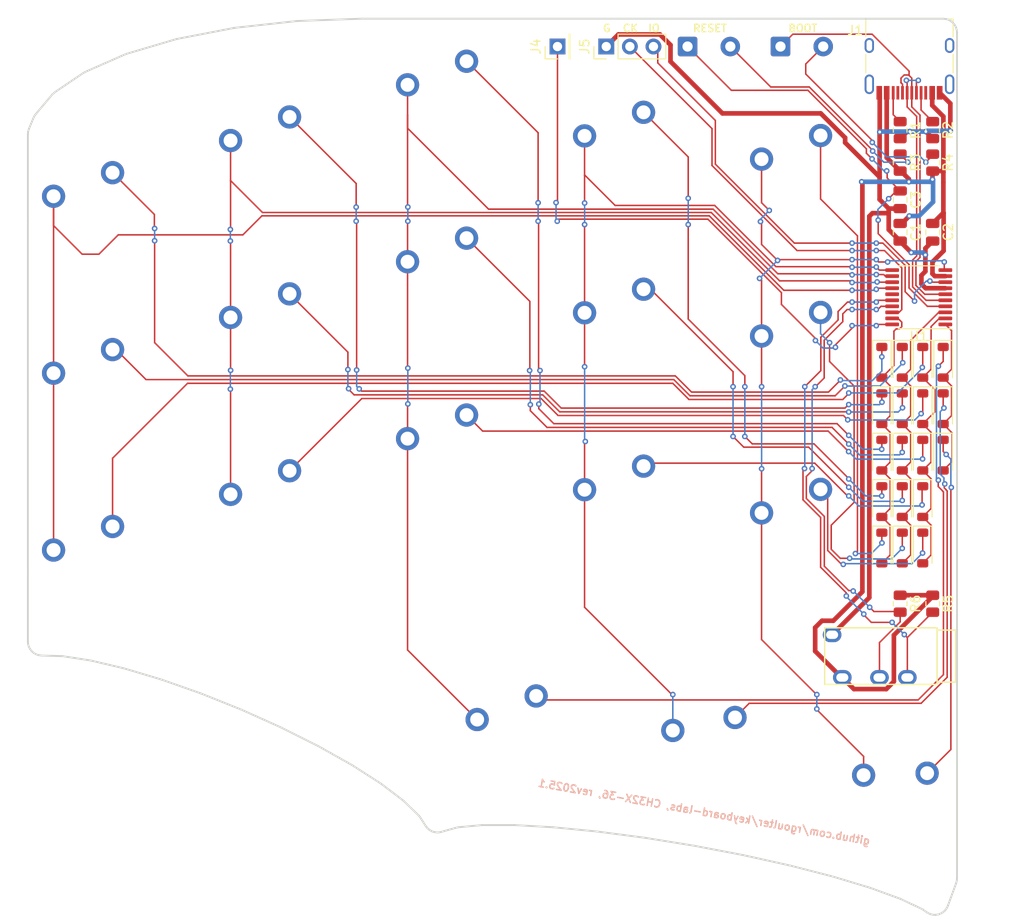
<source format=kicad_pcb>
(kicad_pcb (version 20241229) (generator "pcbnew") (generator_version "9.0")
  (title_block (title "CH32X-36") (date "2025-03-11") (rev "2025.1") (company "rgoulter/keyboard-labs") (comment 2 "SMT components") (comment 3 "Smaller than 100mm x 100mm") (comment 4 "Switch footprints for MX switches"))
  (layers (0 "F.Cu" signal) (2 "B.Cu" signal) (13 "F.Paste" user) (15 "B.Paste" user) (5 "F.SilkS" user "F.Silkscreen") (7 "B.SilkS" user "B.Silkscreen") (1 "F.Mask" user) (3 "B.Mask" user) (25 "Edge.Cuts" user))
  (net 0 "")
  (net 1 "Net-(D_1_1-K)")
  (net 2 "/DOWNLOAD")
  (net 3 "/DM")
  (net 4 "Net-(D_1_2-K)")
  (net 5 "Net-(D_1_3-K)")
  (net 6 "Net-(D_1_4-K)")
  (net 7 "Net-(SW1-B)")
  (net 8 "Net-(SW2-B)")
  (net 9 "/ROW1")
  (net 10 "/ROW2")
  (net 11 "/ROW3")
  (net 12 "/ROW4")
  (net 13 "Net-(D_1_5-K)")
  (net 14 "Net-(D_2_1-K)")
  (net 15 "Net-(D_2_2-K)")
  (net 16 "Net-(D_2_3-K)")
  (net 17 "/COL1")
  (net 18 "/COL2")
  (net 19 "/COL3")
  (net 20 "/COL4")
  (net 21 "/COL5")
  (net 22 "Net-(D_2_4-K)")
  (net 23 "Net-(D_2_5-K)")
  (net 24 "Net-(D_3_1-K)")
  (net 25 "Net-(D_3_2-K)")
  (net 26 "Net-(D_3_3-K)")
  (net 27 "Net-(D_3_4-K)")
  (net 28 "Net-(D_3_5-K)")
  (net 29 "Net-(D_4_3-K)")
  (net 30 "Net-(D_4_4-K)")
  (net 31 "Net-(D_4_5-K)")
  (net 32 "Net-(J1-CC1)")
  (net 34 "Net-(J1-CC2)")
  (net 35 "/GND")
  (net 37 "/LHS_RX_RHS_TX")
  (net 38 "/5V")
  (net 39 "/RESET")
  (net 42 "/LHS_TX_RHS_RX")
  (net 45 "/TX1")
  (net 46 "/DIO")
  (net 47 "/DCK")
  (footprint "Connector_USB:USB_C_Receptacle_HRO_TYPE-C-31-M-12" (layer "F.Cu") (at 194.8818 53.937 180)
    (property "Reference" "J1")
    (property "Value" "USB Type-C Receptacle 12-pin")
  )
  (footprint "Resistor_SMD:R_0805_2012Metric" (layer "F.Cu") (at 193.8818 62 -90)
    (property "Reference" "R1")
    (property "Value" "5.1k")
  )
  (footprint "Resistor_SMD:R_0805_2012Metric" (layer "F.Cu") (at 197.3818 62 -90)
    (property "Reference" "R2")
    (property "Value" "5.1k")
  )
  (footprint "MountingHole:MountingHole_2.2mm_M2_DIN965" (layer "F.Cu") (at 116.099 100.2378)
    (property "Reference" "H2" (hide yes))
    (property "Value" "M2 mounting hole")
  )
  (footprint "MountingHole:MountingHole_2.2mm_M2_DIN965" (layer "F.Cu") (at 173.249 74.6878)
    (property "Reference" "H3" (hide yes))
    (property "Value" "M2 mounting hole")
  )
  (footprint "MountingHole:MountingHole_2.2mm_M2_DIN965" (layer "F.Cu") (at 173.249 96.2378)
    (property "Reference" "H4" (hide yes))
    (property "Value" "M2 mounting hole")
  )
  (footprint "MountingHole:MountingHole_2.2mm_M2_DIN965" (layer "F.Cu") (at 182.691304 132.483531)
    (property "Reference" "H5" (hide yes))
    (property "Value" "M2 mounting hole")
  )
  (footprint "MountingHole:MountingHole_2.2mm_M2_DIN965" (layer "F.Cu") (at 116.099 75.1878)
    (property "Reference" "H1" (hide yes))
    (property "Value" "M2 mounting hole")
  )
  (footprint "Diode_SMD:D_SOD-123" (layer "F.Cu") (at 198.51 87 -90)
    (property "Reference" "D_4_3" (hide yes))
    (property "Value" "1N4148")
  )
  (footprint "ProjectLocal:SW_Cherry_MX_PCB_1.00u_BSilkRef" (layer "F.Cu") (at 182.774 67.6628)
    (property "Reference" "SW_1_5" (hide yes))
    (property "Value" "MX-compatible")
  )
  (footprint "Diode_SMD:D_SOD-123" (layer "F.Cu") (at 196.31 87 -90)
    (property "Reference" "D_3_1" (hide yes))
    (property "Value" "1N4148")
  )
  (footprint "ProjectLocal:SW_Cherry_MX_PCB_1.00u_BSilkRef" (layer "F.Cu") (at 163.724 65.1628)
    (property "Reference" "SW_1_4" (hide yes))
    (property "Value" "MX-compatible")
  )
  (footprint "Capacitor_SMD:C_0805_2012Metric" (layer "F.Cu") (at 193.8818 73 -90)
    (property "Reference" "C1")
    (property "Value" "100n")
  )
  (footprint "ProjectLocal:SW_Cherry_MX_PCB_1.00u_BSilkRef" (layer "F.Cu") (at 182.774 86.7128)
    (property "Reference" "SW_2_5" (hide yes))
    (property "Value" "MX-compatible")
  )
  (footprint "Diode_SMD:D_SOD-123" (layer "F.Cu") (at 194.11 97 -90)
    (property "Reference" "D_2_3" (hide yes))
    (property "Value" "1N4148")
  )
  (footprint "ProjectLocal:SW_Cherry_MX_PCB_1.00u_BSilkRef" (layer "F.Cu") (at 144.674 78.7128)
    (property "Reference" "SW_2_3" (hide yes))
    (property "Value" "MX-compatible")
  )
  (footprint "Resistor_SMD:R_0805_2012Metric" (layer "F.Cu") (at 197.3818 65.5 -90)
    (property "Reference" "R4")
    (property "Value" "10K")
  )
  (footprint "Resistor_SMD:R_0805_2012Metric" (layer "F.Cu") (at 197.3818 113 -90)
    (property "Reference" "R5")
    (property "Value" "2.2k - 10k")
  )
  (footprint "ProjectLocal:SW_Cherry_MX_PCB_1.00u_BSilkRef" (layer "F.Cu") (at 125.624 65.6628)
    (property "Reference" "SW_1_2" (hide yes))
    (property "Value" "MX-compatible")
  )
  (footprint "ProjectLocal:SW_Cherry_MX_PCB_1.00u_BSilkRef" (layer "F.Cu") (at 106.574 109.7628)
    (property "Reference" "SW_3_1" (hide yes))
    (property "Value" "MX-compatible")
  )
  (footprint "Diode_SMD:D_SOD-123" (layer "F.Cu") (at 191.91 107 -90)
    (property "Reference" "D_1_5" (hide yes))
    (property "Value" "1N4148")
  )
  (footprint "Diode_SMD:D_SOD-123" (layer "F.Cu") (at 196.31 102 -90)
    (property "Reference" "D_3_4" (hide yes))
    (property "Value" "1N4148")
  )
  (footprint "ProjectLocal:SW_Cherry_MX_PCB_1.00u_BSilkRef" (layer "F.Cu") (at 163.724 84.2128)
    (property "Reference" "SW_2_4" (hide yes))
    (property "Value" "MX-compatible")
  )
  (footprint "Connector_Wire:SolderWire-0.5sqmm_1x02_P4.6mm_D0.9mm_OD2.1mm" (layer "F.Cu") (at 181 53)
    (property "Reference" "SW2" (hide yes))
    (property "Value" "SW_SPST")
  )
  (footprint "Diode_SMD:D_SOD-123" (layer "F.Cu") (at 194.11 87 -90)
    (property "Reference" "D_2_1" (hide yes))
    (property "Value" "1N4148")
  )
  (footprint "Diode_SMD:D_SOD-123" (layer "F.Cu") (at 191.91 97 -90)
    (property "Reference" "D_1_3" (hide yes))
    (property "Value" "1N4148")
  )
  (footprint "Package_SO:TSSOP-20_4.4x6.5mm_P0.65mm" (layer "F.Cu") (at 195.8818 80 180)
    (property "Reference" "U1")
    (property "Value" "CH32X033F8P6")
  )
  (footprint "ProjectLocal:SW_Cherry_MX_PCB_1.00u_BSilkRef" (layer "F.Cu") (at 144.674 59.6628)
    (property "Reference" "SW_1_3" (hide yes))
    (property "Value" "MX-compatible")
  )
  (footprint "Connector_PinHeader_2.54mm:PinHeader_1x03_P2.54mm_Vertical" (layer "F.Cu") (at 162.25 53 90)
    (property "Reference" "J5")
    (property "Value" "Conn_01x03")
  )
  (footprint "Connector_PinHeader_2.54mm:PinHeader_1x01_P2.54mm_Vertical" (layer "F.Cu") (at 157 53 90)
    (property "Reference" "J4")
    (property "Value" "Conn_01x02")
  )
  (footprint "ProjectLocal:SW_Cherry_MX_PCB_1.00u_BSilkRef" (layer "F.Cu") (at 125.624 84.7128)
    (property "Reference" "SW_2_2" (hide yes))
    (property "Value" "MX-compatible")
  )
  (footprint "ProjectLocal:SW_Cherry_MX_PCB_1.00u_BSilkRef" (layer "F.Cu") (at 106.574 90.7128)
    (property "Reference" "SW_2_1" (hide yes))
    (property "Value" "MX-compatible")
  )
  (footprint "Diode_SMD:D_SOD-123" (layer "F.Cu") (at 196.31 97 -90)
    (property "Reference" "D_3_3" (hide yes))
    (property "Value" "1N4148")
  )
  (footprint "ProjectLocal:SW_Cherry_MX_PCB_1.00u_BSilkRef" (layer "F.Cu") (at 192.658608 135.154262 -20)
    (property "Reference" "SW_4_5" (hide yes))
    (property "Value" "MX-compatible")
  )
  (footprint "Diode_SMD:D_SOD-123" (layer "F.Cu") (at 194.11 102 -90)
    (property "Reference" "D_2_4" (hide yes))
    (property "Value" "1N4148")
  )
  (footprint "Diode_SMD:D_SOD-123" (layer "F.Cu") (at 191.91 92 -90)
    (property "Reference" "D_1_2" (hide yes))
    (property "Value" "1N4148")
  )
  (footprint "ProjectLocal:SW_Cherry_MX_PCB_1.00u_BSilkRef" (layer "F.Cu") (at 125.624 103.7628)
    (property "Reference" "SW_3_2" (hide yes))
    (property "Value" "MX-compatible")
  )
  (footprint "Diode_SMD:D_SOD-123" (layer "F.Cu") (at 198.51 92 -90)
    (property "Reference" "D_4_4" (hide yes))
    (property "Value" "1N4148")
  )
  (footprint "ProjectLocal:SW_Cherry_MX_PCB_1.00u_BSilkRef" (layer "F.Cu") (at 144.674 97.7628)
    (property "Reference" "SW_3_3" (hide yes))
    (property "Value" "MX-compatible")
  )
  (footprint "ProjectLocal:SW_Cherry_MX_PCB_1.00u_BSilkRef" (layer "F.Cu") (at 163.724 103.2628)
    (property "Reference" "SW_3_4" (hide yes))
    (property "Value" "MX-compatible")
  )
  (footprint "ProjectLocal:SW_Cherry_MX_PCB_1.00u_BSilkRef" (layer "F.Cu") (at 172.724 129.8128 -10)
    (property "Reference" "SW_4_4" (hide yes))
    (property "Value" "MX-compatible")
  )
  (footprint "Capacitor_SMD:C_0805_2012Metric" (layer "F.Cu") (at 193.8818 69.5 -90)
    (property "Reference" "C3")
    (property "Value" "100n")
  )
  (footprint "Resistor_SMD:R_0805_2012Metric" (layer "F.Cu") (at 193.8818 65.5 -90)
    (property "Reference" "R3")
    (property "Value" "330R")
  )
  (footprint "Diode_SMD:D_SOD-123" (layer "F.Cu") (at 194.11 107 -90)
    (property "Reference" "D_2_5" (hide yes))
    (property "Value" "1N4148")
  )
  (footprint "Diode_SMD:D_SOD-123" (layer "F.Cu") (at 196.31 107 -90)
    (property "Reference" "D_3_5" (hide yes))
    (property "Value" "1N4148")
  )
  (footprint "Capacitor_SMD:C_0805_2012Metric" (layer "F.Cu") (at 197.3818 73 -90)
    (property "Reference" "C2")
    (property "Value" "4.7uF")
  )
  (footprint "Diode_SMD:D_SOD-123" (layer "F.Cu") (at 196.31 92 -90)
    (property "Reference" "D_3_2" (hide yes))
    (property "Value" "1N4148")
  )
  (footprint "ProjectLocal:SW_Cherry_MX_PCB_1.00u_BSilkRef" (layer "F.Cu") (at 182.774 105.7628)
    (property "Reference" "SW_3_5" (hide yes))
    (property "Value" "MX-compatible")
  )
  (footprint "Resistor_SMD:R_0805_2012Metric" (layer "F.Cu") (at 193.8818 113 -90)
    (property "Reference" "R6")
    (property "Value" "2.2k - 10k")
  )
  (footprint "Connector_Wire:SolderWire-0.5sqmm_1x02_P4.6mm_D0.9mm_OD2.1mm" (layer "F.Cu") (at 171 53)
    (property "Reference" "SW1" (hide yes))
    (property "Value" "SW_SPST")
  )
  (footprint "Diode_SMD:D_SOD-123" (layer "F.Cu") (at 194.11 92 -90)
    (property "Reference" "D_2_2" (hide yes))
    (property "Value" "1N4148")
  )
  (footprint "ProjectLocal:SW_Cherry_MX_PCB_1.00u_BSilkRef" (layer "F.Cu") (at 152.164708 128.014094)
    (property "Reference" "SW_4_3" (hide yes))
    (property "Value" "MX-compatible")
  )
  (footprint "Diode_SMD:D_SOD-123" (layer "F.Cu") (at 191.91 87 -90)
    (property "Reference" "D_1_1" (hide yes))
    (property "Value" "1N4148")
  )
  (footprint "Diode_SMD:D_SOD-123" (layer "F.Cu") (at 191.91 102 -90)
    (property "Reference" "D_1_4" (hide yes))
    (property "Value" "1N4148")
  )
  (footprint "Diode_SMD:D_SOD-123" (layer "F.Cu") (at 198.51 97 -90)
    (property "Reference" "D_4_5" (hide yes))
    (property "Value" "1N4148")
  )
  (footprint "ProjectLocal:SW_Cherry_MX_PCB_1.00u_BSilkRef" (layer "F.Cu") (at 106.574 71.6628)
    (property "Reference" "SW_1_1" (hide yes))
    (property "Value" "MX-compatible")
  )
  (footprint "Keebio-Parts:TRRS-PJ-320A" (layer "F.Cu") (at 197.8554 118.6434 -90)
    (property "Reference" "J2")
    (property "Value" "PJ-320A")
  )
  (gr_line (start 176.9533 140.0659) (end 176.976 140.0706) (stroke (width 0.2)) (layer "Edge.Cuts"))
  (gr_line (start 110.4573 53.84581) (end 106.1907 55.72318) (stroke (width 0.2)) (layer "Edge.Cuts"))
  (gr_line (start 190.661 143.5984) (end 193.872 144.7704) (stroke (width 0.2)) (layer "Edge.Cuts"))
  (gr_line (start 156.5155 137.0707) (end 156.5474 137.0732) (stroke (width 0.2)) (layer "Edge.Cuts"))
  (gr_line (start 197.6773 146.5072) (end 197.9684 146.4657) (stroke (width 0.2)) (layer "Edge.Cuts"))
  (gr_line (start 199.8858 50.92598) (end 199.7472 50.666641) (stroke (width 0.2)) (layer "Edge.Cuts"))
  (gr_line (start 144.3461 137.6132) (end 144.6293 137.534) (stroke (width 0.2)) (layer "Edge.Cuts"))
  (gr_line (start 103.67014 118.6445) (end 103.76224 118.6529) (stroke (width 0.2)) (layer "Edge.Cuts"))
  (gr_line (start 200 142.5686) (end 200 51.5) (stroke (width 0.2)) (layer "Edge.Cuts"))
  (gr_line (start 136.0267 50) (end 135.9734 50.000946) (stroke (width 0.2)) (layer "Edge.Cuts"))
  (gr_line (start 131.2426 128.3281) (end 131.2753 128.3455) (stroke (width 0.2)) (layer "Edge.Cuts"))
  (gr_line (start 199.3334 50.252792) (end 199.074 50.114182) (stroke (width 0.2)) (layer "Edge.Cuts"))
  (gr_line (start 106.78899 119.1215) (end 110.329 119.9581) (stroke (width 0.2)) (layer "Edge.Cuts"))
  (gr_line (start 129.0318 50.247833) (end 128.9218 50.255814) (stroke (width 0.2)) (layer "Edge.Cuts"))
  (gr_line (start 196.3417 145.9439) (end 196.7384 146.228) (stroke (width 0.2)) (layer "Edge.Cuts"))
  (gr_line (start 122.2842 50.982895) (end 122.1633 51.00116) (stroke (width 0.2)) (layer "Edge.Cuts"))
  (gr_line (start 142.0963 135.8421) (end 142.2045 135.9752) (stroke (width 0.2)) (layer "Edge.Cuts"))
  (gr_line (start 127.2114 126.3088) (end 127.2406 126.3227) (stroke (width 0.2)) (layer "Edge.Cuts"))
  (gr_line (start 166.4088 138.2066) (end 171.6841 139.0591) (stroke (width 0.2)) (layer "Edge.Cuts"))
  (gr_line (start 122.9678 124.4038) (end 127.2114 126.3088) (stroke (width 0.2)) (layer "Edge.Cuts"))
  (gr_line (start 146.3129 137.0745) (end 148.8342 136.844) (stroke (width 0.2)) (layer "Edge.Cuts"))
  (gr_line (start 137.9781 132.3605) (end 138.0264 132.3943) (stroke (width 0.2)) (layer "Edge.Cuts"))
  (gr_line (start 100.629883 118.301) (end 100.884964 118.4473) (stroke (width 0.2)) (layer "Edge.Cuts"))
  (gr_line (start 161.265 137.5319) (end 161.2903 137.5348) (stroke (width 0.2)) (layer "Edge.Cuts"))
  (gr_line (start 198.5 50) (end 136.0267 50) (stroke (width 0.2)) (layer "Edge.Cuts"))
  (gr_line (start 142.2045 135.9752) (end 142.8211 136.9423) (stroke (width 0.2)) (layer "Edge.Cuts"))
  (gr_line (start 100 117.0791) (end 100.020767 117.3279) (stroke (width 0.2)) (layer "Edge.Cuts"))
  (gr_line (start 131.2753 128.3455) (end 134.8786 130.3721) (stroke (width 0.2)) (layer "Edge.Cuts"))
  (gr_line (start 100.113693 61.8627) (end 100.028824 62.1429) (stroke (width 0.2)) (layer "Edge.Cuts"))
  (gr_line (start 114.3675 121.1651) (end 118.5912 122.6512) (stroke (width 0.2)) (layer "Edge.Cuts"))
  (gr_line (start 193.9347 144.7965) (end 196.225 145.8754) (stroke (width 0.2)) (layer "Edge.Cuts"))
  (gr_line (start 100.741531 60.4188) (end 100.603134 60.6782) (stroke (width 0.2)) (layer "Edge.Cuts"))
  (gr_line (start 138.0264 132.3943) (end 140.4175 134.2122) (stroke (width 0.2)) (layer "Edge.Cuts"))
  (gr_line (start 142.8211 136.9423) (end 143.0022 137.173) (stroke (width 0.2)) (layer "Edge.Cuts"))
  (gr_line (start 101.45534 118.5785) (end 103.67014 118.6445) (stroke (width 0.2)) (layer "Edge.Cuts"))
  (gr_line (start 181.9932 141.1853) (end 182.018 141.1912) (stroke (width 0.2)) (layer "Edge.Cuts"))
  (gr_line (start 100.840897 60.2862) (end 100.741531 60.4188) (stroke (width 0.2)) (layer "Edge.Cuts"))
  (gr_line (start 143.2253 137.3645) (end 143.4815 137.5088) (stroke (width 0.2)) (layer "Edge.Cuts"))
  (gr_line (start 176.976 140.0706) (end 181.9932 141.1853) (stroke (width 0.2)) (layer "Edge.Cuts"))
  (gr_line (start 144.6293 137.534) (end 144.6446 137.5281) (stroke (width 0.2)) (layer "Edge.Cuts"))
  (gr_line (start 182.018 141.1912) (end 186.6086 142.3738) (stroke (width 0.2)) (layer "Edge.Cuts"))
  (gr_line (start 100 62.4355) (end 100 117.0791) (stroke (width 0.2)) (layer "Edge.Cuts"))
  (gr_line (start 186.6383 142.3821) (end 190.621 143.5851) (stroke (width 0.2)) (layer "Edge.Cuts"))
  (gr_line (start 143.4815 137.5088) (end 143.761 137.6003) (stroke (width 0.2)) (layer "Edge.Cuts"))
  (gr_line (start 156.5474 137.0732) (end 161.265 137.5319) (stroke (width 0.2)) (layer "Edge.Cuts"))
  (gr_line (start 105.95511 55.85321) (end 102.9142 57.90762) (stroke (width 0.2)) (layer "Edge.Cuts"))
  (gr_line (start 198.4989 146.2183) (end 198.7178 146.022) (stroke (width 0.2)) (layer "Edge.Cuts"))
  (gr_line (start 152.3198 136.8379) (end 152.3626 136.8391) (stroke (width 0.2)) (layer "Edge.Cuts"))
  (gr_line (start 100.020767 117.3279) (end 100.097702 117.6117) (stroke (width 0.2)) (layer "Edge.Cuts"))
  (gr_line (start 200 51.5) (end 199.9712 51.20737) (stroke (width 0.2)) (layer "Edge.Cuts"))
  (gr_line (start 118.621 122.6624) (end 122.9392 124.3917) (stroke (width 0.2)) (layer "Edge.Cuts"))
  (gr_line (start 199.9095 143.0816) (end 199.9712 142.8612) (stroke (width 0.2)) (layer "Edge.Cuts"))
  (gr_line (start 199.7472 50.666641) (end 199.5607 50.439346) (stroke (width 0.2)) (layer "Edge.Cuts"))
  (gr_line (start 134.8786 130.3721) (end 134.9168 130.395) (stroke (width 0.2)) (layer "Edge.Cuts"))
  (gr_line (start 197.0989 146.4182) (end 197.3837 146.4912) (stroke (width 0.2)) (layer "Edge.Cuts"))
  (gr_line (start 152.3626 136.8391) (end 156.5155 137.0707) (stroke (width 0.2)) (layer "Edge.Cuts"))
  (gr_line (start 198.7926 50.028824) (end 198.5 50) (stroke (width 0.2)) (layer "Edge.Cuts"))
  (gr_line (start 122.9392 124.3917) (end 122.9678 124.4038) (stroke (width 0.2)) (layer "Edge.Cuts"))
  (gr_line (start 101.1637 118.541) (end 101.45534 118.5785) (stroke (width 0.2)) (layer "Edge.Cuts"))
  (gr_line (start 171.705 139.0628) (end 176.9533 140.0659) (stroke (width 0.2)) (layer "Edge.Cuts"))
  (gr_line (start 197.3837 146.4912) (end 197.6773 146.5072) (stroke (width 0.2)) (layer "Edge.Cuts"))
  (gr_line (start 122.1633 51.00116) (end 116.0713 52.17702) (stroke (width 0.2)) (layer "Edge.Cuts"))
  (gr_line (start 100.228531 117.875) (end 100.408234 118.1078) (stroke (width 0.2)) (layer "Edge.Cuts"))
  (gr_line (start 100.097702 117.6117) (end 100.228531 117.875) (stroke (width 0.2)) (layer "Edge.Cuts"))
  (gr_line (start 128.9218 50.255814) (end 122.2842 50.982895) (stroke (width 0.2)) (layer "Edge.Cuts"))
  (gr_line (start 127.2406 126.3227) (end 131.2426 128.3281) (stroke (width 0.2)) (layer "Edge.Cuts"))
  (gr_line (start 197.9684 146.4657) (end 198.2458 146.3681) (stroke (width 0.2)) (layer "Edge.Cuts"))
  (gr_line (start 143.761 137.6003) (end 144.0529 137.6356) (stroke (width 0.2)) (layer "Edge.Cuts"))
  (gr_line (start 116.0713 52.17702) (end 115.9294 52.21165) (stroke (width 0.2)) (layer "Edge.Cuts"))
  (gr_line (start 199.5607 50.439346) (end 199.3334 50.252792) (stroke (width 0.2)) (layer "Edge.Cuts"))
  (gr_line (start 148.8342 136.844) (end 148.9017 136.8409) (stroke (width 0.2)) (layer "Edge.Cuts"))
  (gr_line (start 135.9734 50.000946) (end 129.0318 50.247833) (stroke (width 0.2)) (layer "Edge.Cuts"))
  (gr_line (start 148.9017 136.8409) (end 152.3198 136.8379) (stroke (width 0.2)) (layer "Edge.Cuts"))
  (gr_line (start 199.0214 145.5217) (end 199.9095 143.0816) (stroke (width 0.2)) (layer "Edge.Cuts"))
  (gr_line (start 198.7178 146.022) (end 198.8943 145.7868) (stroke (width 0.2)) (layer "Edge.Cuts"))
  (gr_line (start 143.0022 137.173) (end 143.2253 137.3645) (stroke (width 0.2)) (layer "Edge.Cuts"))
  (gr_line (start 198.8943 145.7868) (end 199.0214 145.5217) (stroke (width 0.2)) (layer "Edge.Cuts"))
  (gr_line (start 102.60538 58.18575) (end 100.840897 60.2862) (stroke (width 0.2)) (layer "Edge.Cuts"))
  (gr_line (start 134.9168 130.395) (end 137.9781 132.3605) (stroke (width 0.2)) (layer "Edge.Cuts"))
  (gr_line (start 100.028824 62.1429) (end 100 62.4355) (stroke (width 0.2)) (layer "Edge.Cuts"))
  (gr_line (start 118.5912 122.6512) (end 118.621 122.6624) (stroke (width 0.2)) (layer "Edge.Cuts"))
  (gr_line (start 146.1796 137.099) (end 146.3129 137.0745) (stroke (width 0.2)) (layer "Edge.Cuts"))
  (gr_line (start 144.6446 137.5281) (end 146.1796 137.099) (stroke (width 0.2)) (layer "Edge.Cuts"))
  (gr_line (start 106.73047 119.11) (end 106.78899 119.1215) (stroke (width 0.2)) (layer "Edge.Cuts"))
  (gr_line (start 102.9142 57.90762) (end 102.60538 58.18575) (stroke (width 0.2)) (layer "Edge.Cuts"))
  (gr_line (start 193.872 144.7704) (end 193.9347 144.7965) (stroke (width 0.2)) (layer "Edge.Cuts"))
  (gr_line (start 199.9712 142.8612) (end 200 142.5686) (stroke (width 0.2)) (layer "Edge.Cuts"))
  (gr_line (start 114.3334 121.154) (end 114.3675 121.1651) (stroke (width 0.2)) (layer "Edge.Cuts"))
  (gr_line (start 166.3867 138.2034) (end 166.4088 138.2066) (stroke (width 0.2)) (layer "Edge.Cuts"))
  (gr_line (start 110.329 119.9581) (end 110.372 119.9696) (stroke (width 0.2)) (layer "Edge.Cuts"))
  (gr_line (start 171.6841 139.0591) (end 171.705 139.0628) (stroke (width 0.2)) (layer "Edge.Cuts"))
  (gr_line (start 199.074 50.114182) (end 198.7926 50.028824) (stroke (width 0.2)) (layer "Edge.Cuts"))
  (gr_line (start 198.2458 146.3681) (end 198.4989 146.2183) (stroke (width 0.2)) (layer "Edge.Cuts"))
  (gr_line (start 186.6086 142.3738) (end 186.6383 142.3821) (stroke (width 0.2)) (layer "Edge.Cuts"))
  (gr_line (start 103.76224 118.6529) (end 106.73047 119.11) (stroke (width 0.2)) (layer "Edge.Cuts"))
  (gr_line (start 196.7384 146.228) (end 197.0989 146.4182) (stroke (width 0.2)) (layer "Edge.Cuts"))
  (gr_line (start 190.621 143.5851) (end 190.661 143.5984) (stroke (width 0.2)) (layer "Edge.Cuts"))
  (gr_line (start 100.408234 118.1078) (end 100.629883 118.301) (stroke (width 0.2)) (layer "Edge.Cuts"))
  (gr_line (start 106.1907 55.72318) (end 105.95511 55.85321) (stroke (width 0.2)) (layer "Edge.Cuts"))
  (gr_line (start 100.603134 60.6782) (end 100.113693 61.8627) (stroke (width 0.2)) (layer "Edge.Cuts"))
  (gr_line (start 110.372 119.9696) (end 114.3334 121.154) (stroke (width 0.2)) (layer "Edge.Cuts"))
  (gr_line (start 161.2903 137.5348) (end 166.3867 138.2034) (stroke (width 0.2)) (layer "Edge.Cuts"))
  (gr_line (start 140.4873 134.2723) (end 142.0963 135.8421) (stroke (width 0.2)) (layer "Edge.Cuts"))
  (gr_line (start 110.6352 53.78061) (end 110.4573 53.84581) (stroke (width 0.2)) (layer "Edge.Cuts"))
  (gr_line (start 196.225 145.8754) (end 196.3417 145.9439) (stroke (width 0.2)) (layer "Edge.Cuts"))
  (gr_line (start 144.0529 137.6356) (end 144.3461 137.6132) (stroke (width 0.2)) (layer "Edge.Cuts"))
  (gr_line (start 100.884964 118.4473) (end 101.1637 118.541) (stroke (width 0.2)) (layer "Edge.Cuts"))
  (gr_line (start 199.9712 51.20737) (end 199.8858 50.92598) (stroke (width 0.2)) (layer "Edge.Cuts"))
  (gr_line (start 115.9294 52.21165) (end 110.6352 53.78061) (stroke (width 0.2)) (layer "Edge.Cuts"))
  (gr_line (start 140.4175 134.2122) (end 140.4873 134.2723) (stroke (width 0.2)) (layer "Edge.Cuts"))
  (gr_text "CK" (at 164.846 51.5 0) (layer "F.SilkS") (effects (font (size 0.8 0.8)) (justify bottom)))
  (gr_text "G" (at 162.306 51.5 0) (layer "F.SilkS") (effects (font (size 0.8 0.8)) (justify bottom)))
  (gr_text "BOOT" (at 183.4 51.5 0) (layer "F.SilkS") (effects (font (size 0.8 0.8)) (justify bottom)))
  (gr_text "RESET" (at 173.4 51.5 0) (layer "F.SilkS") (effects (font (size 0.8 0.8)) (justify bottom)))
  (gr_text "IO" (at 167.386 51.5 0) (layer "F.SilkS") (effects (font (size 0.8 0.8)) (justify bottom)))
  (gr_text "github.com/rgoulter/keyboard-labs, ${TITLE}, rev${REVISION}" (at 172.7708 135.4328 350) (layer "B.SilkS") (effects (font (size 0.8 0.8) (thickness 0.16)) (justify mirror)))
  (segment (start 171.424601 90.2082) (end 169.6816 88.4652) (width 0.16) (layer "F.Cu") (net 1))
  (segment (start 187.448631 88.928769) (end 186.1692 90.2082) (width 0.16) (layer "F.Cu") (net 1))
  (segment (start 113.6396 84.8868) (end 113.6396 73.914) (width 0.16) (layer "F.Cu") (net 1))
  (segment (start 187.448631 88.903369) (end 187.448631 88.928769) (width 0.16) (layer "F.Cu") (net 1))
  (segment (start 113.6142 71.083) (end 109.114 66.5828) (width 0.16) (layer "F.Cu") (net 1))
  (segment (start 169.6816 88.4652) (end 117.218 88.4652) (width 0.16) (layer "F.Cu") (net 1))
  (segment (start 117.218 88.4652) (end 113.6396 84.8868) (width 0.16) (layer "F.Cu") (net 1))
  (segment (start 113.6142 72.5678) (end 113.6142 71.083) (width 0.16) (layer "F.Cu") (net 1))
  (segment (start 113.6396 72.5932) (end 113.6142 72.5678) (width 0.16) (layer "F.Cu") (net 1))
  (segment (start 191.91 86.4108) (end 191.91 85.35) (width 0.16) (layer "F.Cu") (net 1))
  (segment (start 186.1692 90.2082) (end 171.424601 90.2082) (width 0.16) (layer "F.Cu") (net 1))
  (via (at 187.448631 88.903369) (size 0.6) (drill 0.3) (layers "F.Cu" "B.Cu") (net 1))
  (via (at 113.6396 72.5932) (size 0.6) (drill 0.3) (layers "F.Cu" "B.Cu") (net 1))
  (via (at 113.6396 73.914) (size 0.6) (drill 0.3) (layers "F.Cu" "B.Cu") (net 1))
  (via (at 191.91 86.4108) (size 0.6) (drill 0.3) (layers "F.Cu" "B.Cu") (net 1))
  (segment (start 113.6396 73.914) (end 113.6396 72.5932) (width 0.16) (layer "B.Cu") (net 1))
  (segment (start 191.91 87.9472) (end 191.91 86.4108) (width 0.16) (layer "B.Cu") (net 1))
  (segment (start 188.334342 88.968418) (end 188.342124 88.9762) (width 0.16) (layer "B.Cu") (net 1))
  (segment (start 187.448631 88.903369) (end 187.51368 88.968418) (width 0.16) (layer "B.Cu") (net 1))
  (segment (start 187.51368 88.968418) (end 188.334342 88.968418) (width 0.16) (layer "B.Cu") (net 1))
  (segment (start 188.342124 88.9762) (end 190.881 88.9762) (width 0.16) (layer "B.Cu") (net 1))
  (segment (start 190.881 88.9762) (end 191.91 87.9472) (width 0.16) (layer "B.Cu") (net 1))
  (segment (start 195.58 76.141756) (end 196.0162 75.705556) (width 0.16) (layer "F.Cu") (net 2))
  (segment (start 196.527466 79.675) (end 195.58 78.727534) (width 0.16) (layer "F.Cu") (net 2))
  (segment (start 193.9718 56.401756) (end 194.311556 56.062) (width 0.16) (layer "F.Cu") (net 2))
  (segment (start 195.1318 59.4958) (end 195.1318 57.982) (width 0.16) (layer "F.Cu") (net 2))
  (segment (start 195.1318 57.982) (end 195.1318 56.401756) (width 0.16) (layer "F.Cu") (net 2))
  (segment (start 195.58 78.727534) (end 195.58 76.141756) (width 0.16) (layer "F.Cu") (net 2))
  (segment (start 196.0162 75.705556) (end 196.0162 60.3802) (width 0.16) (layer "F.Cu") (net 2))
  (segment (start 194.311556 56.062) (end 194.792044 56.062) (width 0.16) (layer "F.Cu") (net 2))
  (segment (start 194.1318 57.982) (end 194.1318 57.056117) (width 0.16) (layer "F.Cu") (net 2))
  (segment (start 194.013841 56.938159) (end 193.9718 56.896117) (width 0.16) (layer "F.Cu") (net 2))
  (segment (start 195.1318 56.401756) (end 194.841022 56.110978) (width 0.16) (layer "F.Cu") (net 2))
  (segment (start 190.862 51.67) (end 182.33 51.67) (width 0.16) (layer "F.Cu") (net 2))
  (segment (start 194.792044 56.062) (end 194.841022 56.110978) (width 0.16) (layer "F.Cu") (net 2))
  (segment (start 194.841022 55.649022) (end 190.862 51.67) (width 0.16) (layer "F.Cu") (net 2))
  (segment (start 194.1318 57.056117) (end 194.013841 56.938159) (width 0.16) (layer "F.Cu") (net 2))
  (segment (start 198.7443 79.675) (end 196.527466 79.675) (width 0.16) (layer "F.Cu") (net 2))
  (segment (start 182.33 51.67) (end 181 53) (width 0.16) (layer "F.Cu") (net 2))
  (segment (start 194.013841 56.938159) (end 193.9718 56.896118) (width 0.16) (layer "F.Cu") (net 2))
  (segment (start 196.0162 60.3802) (end 195.1318 59.4958) (width 0.16) (layer "F.Cu") (net 2))
  (segment (start 193.9718 56.896118) (end 193.9718 56.401756) (width 0.16) (layer "F.Cu") (net 2))
  (segment (start 194.841022 56.110978) (end 194.841022 55.649022) (width 0.16) (layer "F.Cu") (net 2))
  (segment (start 196.668349 80.325) (end 195.22 78.876651) (width 0.16) (layer "F.Cu") (net 3))
  (segment (start 198.7443 80.325) (end 196.668349 80.325) (width 0.16) (layer "F.Cu") (net 3))
  (segment (start 194.5518 56.642) (end 194.6318 56.722) (width 0.16) (layer "F.Cu") (net 3))
  (segment (start 195.6562 60.529316) (end 194.6318 59.504916) (width 0.16) (layer "F.Cu") (net 3))
  (segment (start 195.6318 56.8442) (end 195.6318 57.982) (width 0.16) (layer "F.Cu") (net 3))
  (segment (start 195.6562 75.55644) (end 195.6562 60.529316) (width 0.16) (layer "F.Cu") (net 3))
  (segment (start 195.22 75.99264) (end 195.6562 75.55644) (width 0.16) (layer "F.Cu") (net 3))
  (segment (start 195.834 56.642) (end 195.6318 56.8442) (width 0.16) (layer "F.Cu") (net 3))
  (segment (start 195.22 78.876651) (end 195.22 75.99264) (width 0.16) (layer "F.Cu") (net 3))
  (segment (start 194.6318 59.504916) (end 194.6318 57.982) (width 0.16) (layer "F.Cu") (net 3))
  (segment (start 194.6318 56.722) (end 194.6318 57.982) (width 0.16) (layer "F.Cu") (net 3))
  (via (at 194.5518 56.642) (size 0.6) (drill 0.3) (layers "F.Cu" "B.Cu") (net 3))
  (via (at 195.834 56.642) (size 0.6) (drill 0.3) (layers "F.Cu" "B.Cu") (net 3))
  (segment (start 194.5518 56.642) (end 195.834 56.642) (width 0.16) (layer "B.Cu") (net 3))
  (segment (start 187.943456 91.9354) (end 157.400001 91.9354) (width 0.16) (layer "F.Cu") (net 4))
  (segment (start 155.570701 90.1061) (end 135.9023 90.1061) (width 0.16) (layer "F.Cu") (net 4))
  (segment (start 135.382 71.8607) (end 135.382 87.8332) (width 0.16) (layer "F.Cu") (net 4))
  (segment (start 191.91 90.35) (end 191.91 91.2853) (width 0.16) (layer "F.Cu") (net 4))
  (segment (start 135.9023 90.1061) (end 135.6614 89.8652) (width 0.16) (layer "F.Cu") (net 4))
  (segment (start 157.400001 91.9354) (end 155.570701 90.1061) (width 0.16) (layer "F.Cu") (net 4))
  (segment (start 135.3312 67.75) (end 128.164 60.5828) (width 0.16) (layer "F.Cu") (net 4))
  (segment (start 188.323959 91.554897) (end 187.943456 91.9354) (width 0.16) (layer "F.Cu") (net 4))
  (segment (start 188.3447 91.554897) (end 188.323959 91.554897) (width 0.16) (layer "F.Cu") (net 4))
  (segment (start 135.3312 71.8099) (end 135.382 71.8607) (width 0.16) (layer "F.Cu") (net 4))
  (segment (start 135.3312 70.2909) (end 135.3312 67.75) (width 0.16) (layer "F.Cu") (net 4))
  (segment (start 191.91 91.2853) (end 191.9224 91.2977) (width 0.16) (layer "F.Cu") (net 4))
  (via (at 135.3312 70.2909) (size 0.6) (drill 0.3) (layers "F.Cu" "B.Cu") (net 4))
  (via (at 135.382 87.8332) (size 0.6) (drill 0.3) (layers "F.Cu" "B.Cu") (net 4))
  (via (at 188.3447 91.554897) (size 0.6) (drill 0.3) (layers "F.Cu" "B.Cu") (net 4))
  (via (at 191.9224 91.2977) (size 0.6) (drill 0.3) (layers "F.Cu" "B.Cu") (net 4))
  (via (at 135.6614 89.8652) (size 0.6) (drill 0.3) (layers "F.Cu" "B.Cu") (net 4))
  (via (at 135.3312 71.8099) (size 0.6) (drill 0.3) (layers "F.Cu" "B.Cu") (net 4))
  (segment (start 188.3447 91.554897) (end 188.356803 91.567) (width 0.16) (layer "B.Cu") (net 4))
  (segment (start 135.382 87.8332) (end 135.382 89.5858) (width 0.16) (layer "B.Cu") (net 4))
  (segment (start 135.382 89.5858) (end 135.6614 89.8652) (width 0.16) (layer "B.Cu") (net 4))
  (segment (start 188.356803 91.567) (end 191.6531 91.567) (width 0.16) (layer "B.Cu") (net 4))
  (segment (start 135.3312 70.2909) (end 135.3312 71.8099) (width 0.16) (layer "B.Cu") (net 4))
  (segment (start 191.6531 91.567) (end 191.9224 91.2977) (width 0.16) (layer "B.Cu") (net 4))
  (segment (start 154.9654 87.7333) (end 155.1178 87.8857) (width 0.16) (layer "F.Cu") (net 5))
  (segment (start 154.9908 91.9988) (end 154.9908 91.5061) (width 0.16) (layer "F.Cu") (net 5))
  (segment (start 191.91 96.3546) (end 191.897 96.3676) (width 0.16) (layer "F.Cu") (net 5))
  (segment (start 154.9146 69.8246) (end 154.9146 62.2834) (width 0.16) (layer "F.Cu") (net 5))
  (segment (start 154.9654 71.8607) (end 154.9654 87.7333) (width 0.16) (layer "F.Cu") (net 5))
  (segment (start 154.9146 71.8099) (end 154.9654 71.8607) (width 0.16) (layer "F.Cu") (net 5))
  (segment (start 188.3447 94.869) (end 187.0875 93.6118) (width 0.16) (layer "F.Cu") (net 5))
  (segment (start 191.91 95.35) (end 191.91 96.3546) (width 0.16) (layer "F.Cu") (net 5))
  (segment (start 156.6038 93.6118) (end 154.9908 91.9988) (width 0.16) (layer "F.Cu") (net 5))
  (segment (start 187.0875 93.6118) (end 156.6038 93.6118) (width 0.16) (layer "F.Cu") (net 5))
  (segment (start 154.9146 62.2834) (end 147.214 54.5828) (width 0.16) (layer "F.Cu") (net 5))
  (via (at 154.9146 71.8099) (size 0.6) (drill 0.3) (layers "F.Cu" "B.Cu") (net 5))
  (via (at 154.9908 91.5061) (size 0.6) (drill 0.3) (layers "F.Cu" "B.Cu") (net 5))
  (via (at 191.897 96.3676) (size 0.6) (drill 0.3) (layers "F.Cu" "B.Cu") (net 5))
  (via (at 188.3447 94.869) (size 0.6) (drill 0.3) (layers "F.Cu" "B.Cu") (net 5))
  (via (at 154.9146 69.8246) (size 0.6) (drill 0.3) (layers "F.Cu" "B.Cu") (net 5))
  (via (at 155.1178 87.8857) (size 0.6) (drill 0.3) (layers "F.Cu" "B.Cu") (net 5))
  (segment (start 155.1178 87.8857) (end 155.1178 91.3791) (width 0.16) (layer "B.Cu") (net 5))
  (segment (start 188.3447 94.869) (end 189.8433 96.3676) (width 0.16) (layer "B.Cu") (net 5))
  (segment (start 189.8433 96.3676) (end 191.897 96.3676) (width 0.16) (layer "B.Cu") (net 5))
  (segment (start 155.1178 91.3791) (end 154.9908 91.5061) (width 0.16) (layer "B.Cu") (net 5))
  (segment (start 154.9146 69.8246) (end 154.9146 71.8099) (width 0.16) (layer "B.Cu") (net 5))
  (segment (start 177.9571 95.7834) (end 184.6072 95.7834) (width 0.16) (layer "F.Cu") (net 6))
  (segment (start 191.91 101.3789) (end 191.91 100.35) (width 0.16) (layer "F.Cu") (net 6))
  (segment (start 177.165 88.4428) (end 177.165 89.6287) (width 0.16) (layer "F.Cu") (net 6))
  (segment (start 171.069 72.1704) (end 171.069 82.3468) (width 0.16) (layer "F.Cu") (net 6))
  (segment (start 171.069 64.8878) (end 166.264 60.0828) (width 0.16) (layer "F.Cu") (net 6))
  (segment (start 191.897 101.3919) (end 191.91 101.3789) (width 0.16) (layer "F.Cu") (net 6))
  (segment (start 177.165 94.9913) (end 177.9571 95.7834) (width 0.16) (layer "F.Cu") (net 6))
  (segment (start 188.3447 99.5209) (end 188.3447 99.568) (width 0.16) (layer "F.Cu") (net 6))
  (segment (start 171.069 69.342) (end 171.069 64.8878) (width 0.16) (layer "F.Cu") (net 6))
  (segment (start 171.069 82.3468) (end 177.165 88.4428) (width 0.16) (layer "F.Cu") (net 6))
  (segment (start 184.6072 95.7834) (end 188.3447 99.5209) (width 0.16) (layer "F.Cu") (net 6))
  (via (at 188.3447 99.568) (size 0.6) (drill 0.3) (layers "F.Cu" "B.Cu") (net 6))
  (via (at 177.165 89.6287) (size 0.6) (drill 0.3) (layers "F.Cu" "B.Cu") (net 6))
  (via (at 191.897 101.3919) (size 0.6) (drill 0.3) (layers "F.Cu" "B.Cu") (net 6))
  (via (at 171.069 72.1704) (size 0.6) (drill 0.3) (layers "F.Cu" "B.Cu") (net 6))
  (via (at 177.165 94.9913) (size 0.6) (drill 0.3) (layers "F.Cu" "B.Cu") (net 6))
  (via (at 171.069 69.342) (size 0.6) (drill 0.3) (layers "F.Cu" "B.Cu") (net 6))
  (segment (start 177.165 89.6287) (end 177.165 94.9913) (width 0.16) (layer "B.Cu") (net 6))
  (segment (start 190.1686 101.3919) (end 191.897 101.3919) (width 0.16) (layer "B.Cu") (net 6))
  (segment (start 171.069 72.1704) (end 171.069 69.342) (width 0.16) (layer "B.Cu") (net 6))
  (segment (start 188.3447 99.568) (end 190.1686 101.3919) (width 0.16) (layer "B.Cu") (net 6))
  (segment (start 190.301 63.555) (end 184.0992 57.3532) (width 0.16) (layer "F.Cu") (net 7))
  (segment (start 179.9532 57.3532) (end 175.6 53) (width 0.16) (layer "F.Cu") (net 7))
  (segment (start 190.9198 64.252669) (end 190.9198 64.181244) (width 0.16) (layer "F.Cu") (net 7))
  (segment (start 193.8818 64.6212) (end 194.7164 65.4558) (width 0.16) (layer "F.Cu") (net 7))
  (segment (start 190.301 63.562444) (end 190.301 63.555) (width 0.16) (layer "F.Cu") (net 7))
  (segment (start 184.0992 57.3532) (end 179.9532 57.3532) (width 0.16) (layer "F.Cu") (net 7))
  (segment (start 190.9198 64.181244) (end 190.301 63.562444) (width 0.16) (layer "F.Cu") (net 7))
  (via (at 194.7164 65.4558) (size 0.6) (drill 0.3) (layers "F.Cu" "B.Cu") (net 7))
  (via (at 190.9198 64.252669) (size 0.6) (drill 0.3) (layers "F.Cu" "B.Cu") (net 7))
  (segment (start 192.122931 65.4558) (end 194.7164 65.4558) (width 0.16) (layer "B.Cu") (net 7))
  (segment (start 190.9198 64.252669) (end 192.122931 65.4558) (width 0.16) (layer "B.Cu") (net 7))
  (segment (start 183.7182 55.9562) (end 183.7182 54.8818) (width 0.16) (layer "F.Cu") (net 8))
  (segment (start 183.7182 54.8818) (end 185.6 53) (width 0.16) (layer "F.Cu") (net 8))
  (segment (start 190.881 63.3222) (end 190.881 63.119) (width 0.16) (layer "F.Cu") (net 8))
  (segment (start 190.881 63.119) (end 183.7182 55.9562) (width 0.16) (layer "F.Cu") (net 8))
  (segment (start 197.3818 64.718806) (end 196.641677 65.458929) (width 0.16) (layer "F.Cu") (net 8))
  (via (at 196.641677 65.458929) (size 0.6) (drill 0.3) (layers "F.Cu" "B.Cu") (net 8))
  (via (at 190.881 63.3222) (size 0.6) (drill 0.3) (layers "F.Cu" "B.Cu") (net 8))
  (segment (start 190.881 63.3222) (end 192.4346 64.8758) (width 0.16) (layer "B.Cu") (net 8))
  (segment (start 196.058548 64.8758) (end 196.641677 65.458929) (width 0.16) (layer "B.Cu") (net 8))
  (segment (start 192.4346 64.8758) (end 196.058548 64.8758) (width 0.16) (layer "B.Cu") (net 8))
  (segment (start 192.81 97.75) (end 192.81 94.55) (width 0.16) (layer "F.Cu") (net 9))
  (segment (start 194.056 83.165972) (end 194.056 82.684028) (width 0.16) (layer "F.Cu") (net 9))
  (segment (start 192.81 89.55) (end 191.91 88.65) (width 0.16) (layer "F.Cu") (net 9))
  (segment (start 192.81 102.75) (end 192.81 99.55) (width 0.16) (layer "F.Cu") (net 9))
  (segment (start 193.646972 82.275) (end 193.0193 82.275) (width 0.16) (layer "F.Cu") (net 9))
  (segment (start 192.81 94.55) (end 191.91 93.65) (width 0.16) (layer "F.Cu") (net 9))
  (segment (start 193.816972 83.405) (end 194.056 83.165972) (width 0.16) (layer "F.Cu") (net 9))
  (segment (start 193.21 87.35) (end 193.21 83.65) (width 0.16) (layer "F.Cu") (net 9))
  (segment (start 191.91 93.65) (end 192.81 92.75) (width 0.16) (layer "F.Cu") (net 9))
  (segment (start 193.455 83.405) (end 193.816972 83.405) (width 0.16) (layer "F.Cu") (net 9))
  (segment (start 193.21 83.65) (end 193.455 83.405) (width 0.16) (layer "F.Cu") (net 9))
  (segment (start 191.91 103.65) (end 192.81 102.75) (width 0.16) (layer "F.Cu") (net 9))
  (segment (start 192.81 92.75) (end 192.81 89.55) (width 0.16) (layer "F.Cu") (net 9))
  (segment (start 192.81 104.55) (end 191.91 103.65) (width 0.16) (layer "F.Cu") (net 9))
  (segment (start 191.91 98.65) (end 192.81 97.75) (width 0.16) (layer "F.Cu") (net 9))
  (segment (start 194.056 82.684028) (end 193.646972 82.275) (width 0.16) (layer "F.Cu") (net 9))
  (segment (start 191.91 108.65) (end 192.81 107.75) (width 0.16) (layer "F.Cu") (net 9))
  (segment (start 192.81 99.55) (end 191.91 98.65) (width 0.16) (layer "F.Cu") (net 9))
  (segment (start 192.81 107.75) (end 192.81 104.55) (width 0.16) (layer "F.Cu") (net 9))
  (segment (start 191.91 88.65) (end 193.21 87.35) (width 0.16) (layer "F.Cu") (net 9))
  (segment (start 194.11 103.65) (end 195.01 102.75) (width 0.16) (layer "F.Cu") (net 10))
  (segment (start 194.11 108.65) (end 195.01 107.75) (width 0.16) (layer "F.Cu") (net 10))
  (segment (start 195.01 87.75) (end 195.01 84.644) (width 0.16) (layer "F.Cu") (net 10))
  (segment (start 195.01 84.644) (end 198.029 81.625) (width 0.16) (layer "F.Cu") (net 10))
  (segment (start 195.01 107.75) (end 195.01 104.55) (width 0.16) (layer "F.Cu") (net 10))
  (segment (start 195.01 102.75) (end 195.01 99.55) (width 0.16) (layer "F.Cu") (net 10))
  (segment (start 194.11 98.65) (end 195.01 97.75) (width 0.16) (layer "F.Cu") (net 10))
  (segment (start 195.01 89.55) (end 194.11 88.65) (width 0.16) (layer "F.Cu") (net 10))
  (segment (start 195.01 94.55) (end 194.11 93.65) (width 0.16) (layer "F.Cu") (net 10))
  (segment (start 195.01 97.75) (end 195.01 94.55) (width 0.16) (layer "F.Cu") (net 10))
  (segment (start 195.01 104.55) (end 194.11 103.65) (width 0.16) (layer "F.Cu") (net 10))
  (segment (start 195.01 99.55) (end 194.11 98.65) (width 0.16) (layer "F.Cu") (net 10))
  (segment (start 194.11 88.65) (end 195.01 87.75) (width 0.16) (layer "F.Cu") (net 10))
  (segment (start 198.029 81.625) (end 198.7443 81.625) (width 0.16) (layer "F.Cu") (net 10))
  (segment (start 195.01 92.75) (end 195.01 89.55) (width 0.16) (layer "F.Cu") (net 10))
  (segment (start 194.11 93.65) (end 195.01 92.75) (width 0.16) (layer "F.Cu") (net 10))
  (segment (start 197.61 92.35) (end 197.61 89.95) (width 0.16) (layer "F.Cu") (net 11))
  (segment (start 197.21 83.156115) (end 198.091115 82.275) (width 0.16) (layer "F.Cu") (net 11))
  (segment (start 197.21 94.55) (end 196.31 93.65) (width 0.16) (layer "F.Cu") (net 11))
  (segment (start 198.091115 82.275) (end 198.7443 82.275) (width 0.16) (layer "F.Cu") (net 11))
  (segment (start 196.31 98.65) (end 197.21 97.75) (width 0.16) (layer "F.Cu") (net 11))
  (segment (start 197.21 107.75) (end 197.21 104.55) (width 0.16) (layer "F.Cu") (net 11))
  (segment (start 196.31 108.65) (end 197.21 107.75) (width 0.16) (layer "F.Cu") (net 11))
  (segment (start 197.21 83.156115) (end 197.21 87.75) (width 0.16) (layer "F.Cu") (net 11))
  (segment (start 197.21 99.55) (end 196.31 98.65) (width 0.16) (layer "F.Cu") (net 11))
  (segment (start 197.21 97.75) (end 197.21 94.55) (width 0.16) (layer "F.Cu") (net 11))
  (segment (start 196.31 93.65) (end 197.61 92.35) (width 0.16) (layer "F.Cu") (net 11))
  (segment (start 197.61 89.95) (end 196.31 88.65) (width 0.16) (layer "F.Cu") (net 11))
  (segment (start 197.21 104.55) (end 196.31 103.65) (width 0.16) (layer "F.Cu") (net 11))
  (segment (start 196.31 103.65) (end 197.21 102.75) (width 0.16) (layer "F.Cu") (net 11))
  (segment (start 197.21 87.75) (end 196.31 88.65) (width 0.16) (layer "F.Cu") (net 11))
  (segment (start 197.21 102.75) (end 197.21 99.55) (width 0.16) (layer "F.Cu") (net 11))
  (segment (start 198.51 93.65) (end 199.41 92.75) (width 0.16) (layer "F.Cu") (net 12))
  (segment (start 198.51 98.65) (end 199.4662 97.6938) (width 0.16) (layer "F.Cu") (net 12))
  (segment (start 199.41 83.5907) (end 198.7443 82.925) (width 0.16) (layer "F.Cu") (net 12))
  (segment (start 199.41 87.75) (end 198.51 88.65) (width 0.16) (layer "F.Cu") (net 12))
  (segment (start 199.4662 97.6938) (end 199.4662 94.6062) (width 0.16) (layer "F.Cu") (net 12))
  (segment (start 199.41 92.75) (end 199.41 89.55) (width 0.16) (layer "F.Cu") (net 12))
  (segment (start 199.4662 94.6062) (end 198.51 93.65) (width 0.16) (layer "F.Cu") (net 12))
  (segment (start 199.41 89.55) (end 198.51 88.65) (width 0.16) (layer "F.Cu") (net 12))
  (segment (start 199.41 83.5907) (end 199.41 87.75) (width 0.16) (layer "F.Cu") (net 12))
  (segment (start 189.2842 107.3796) (end 189.2842 73.384) (width 0.16) (layer "F.Cu") (net 13))
  (segment (start 189.2842 73.384) (end 185.314 69.4138) (width 0.16) (layer "F.Cu") (net 13))
  (segment (start 189.0647 107.5991) (end 189.2842 107.3796) (width 0.16) (layer "F.Cu") (net 13))
  (segment (start 191.91 105.35) (end 191.91 106.439) (width 0.16) (layer "F.Cu") (net 13))
  (segment (start 191.91 106.439) (end 191.9224 106.4514) (width 0.16) (layer "F.Cu") (net 13))
  (segment (start 185.314 69.4138) (end 185.314 62.5828) (width 0.16) (layer "F.Cu") (net 13))
  (via (at 191.9224 106.4514) (size 0.6) (drill 0.3) (layers "F.Cu" "B.Cu") (net 13))
  (via (at 189.0647 107.5991) (size 0.6) (drill 0.3) (layers "F.Cu" "B.Cu") (net 13))
  (segment (start 189.0647 107.5991) (end 190.7747 107.5991) (width 0.16) (layer "B.Cu") (net 13))
  (segment (start 190.7747 107.5991) (end 191.9224 106.4514) (width 0.16) (layer "B.Cu") (net 13))
  (segment (start 194.11 86.9982) (end 194.11 85.35) (width 0.16) (layer "F.Cu") (net 14))
  (segment (start 187.9346 89.5604) (end 186.8868 90.6082) (width 0.16) (layer "F.Cu") (net 14))
  (segment (start 194.1576 87.0458) (end 194.11 86.9982) (width 0.16) (layer "F.Cu") (net 14))
  (segment (start 187.9346 89.547918) (end 187.9346 89.5604) (width 0.16) (layer "F.Cu") (net 14))
  (segment (start 169.515915 88.8652) (end 112.7158 88.8652) (width 0.16) (layer "F.Cu") (net 14))
  (segment (start 171.258915 90.6082) (end 169.515915 88.8652) (width 0.16) (layer "F.Cu") (net 14))
  (segment (start 112.7158 88.8652) (end 109.4834 85.6328) (width 0.16) (layer "F.Cu") (net 14))
  (segment (start 186.8868 90.6082) (end 171.258915 90.6082) (width 0.16) (layer "F.Cu") (net 14))
  (via (at 194.1576 87.0458) (size 0.6) (drill 0.3) (layers "F.Cu" "B.Cu") (net 14))
  (via (at 187.9346 89.547918) (size 0.6) (drill 0.3) (layers "F.Cu" "B.Cu") (net 14))
  (segment (start 187.9346 89.547918) (end 187.947082 89.5604) (width 0.16) (layer "B.Cu") (net 14))
  (segment (start 194.1576 87.0966) (end 194.1576 87.0458) (width 0.16) (layer "B.Cu") (net 14))
  (segment (start 187.947082 89.5604) (end 191.6938 89.5604) (width 0.16) (layer "B.Cu") (net 14))
  (segment (start 191.6938 89.5604) (end 194.1576 87.0966) (width 0.16) (layer "B.Cu") (net 14))
  (segment (start 134.4422 85.911) (end 128.164 79.6328) (width 0.16) (layer "F.Cu") (net 15))
  (segment (start 134.5184 89.8447) (end 134.5184 89.916) (width 0.16) (layer "F.Cu") (net 15))
  (segment (start 134.4422 87.7824) (end 134.4422 85.911) (width 0.16) (layer "F.Cu") (net 15))
  (segment (start 135.1085 90.5061) (end 155.405015 90.5061) (width 0.16) (layer "F.Cu") (net 15))
  (segment (start 188.3257 92.3354) (end 188.3447 92.3544) (width 0.16) (layer "F.Cu") (net 15))
  (segment (start 194.11 90.35) (end 194.11 91.875) (width 0.16) (layer "F.Cu") (net 15))
  (segment (start 157.234315 92.3354) (end 188.3257 92.3354) (width 0.16) (layer "F.Cu") (net 15))
  (segment (start 155.405015 90.5061) (end 157.234315 92.3354) (width 0.16) (layer "F.Cu") (net 15))
  (segment (start 134.5184 89.916) (end 135.1085 90.5061) (width 0.16) (layer "F.Cu") (net 15))
  (segment (start 194.11 91.875) (end 194.1322 91.8972) (width 0.16) (layer "F.Cu") (net 15))
  (via (at 134.5184 89.8447) (size 0.6) (drill 0.3) (layers "F.Cu" "B.Cu") (net 15))
  (via (at 188.3447 92.3544) (size 0.6) (drill 0.3) (layers "F.Cu" "B.Cu") (net 15))
  (via (at 134.4422 87.7824) (size 0.6) (drill 0.3) (layers "F.Cu" "B.Cu") (net 15))
  (via (at 194.1322 91.8972) (size 0.6) (drill 0.3) (layers "F.Cu" "B.Cu") (net 15))
  (segment (start 188.3447 92.3544) (end 193.675 92.3544) (width 0.16) (layer "B.Cu") (net 15))
  (segment (start 193.675 92.3544) (end 194.1322 91.8972) (width 0.16) (layer "B.Cu") (net 15))
  (segment (start 134.4422 89.7685) (end 134.4422 87.7824) (width 0.16) (layer "B.Cu") (net 15))
  (segment (start 134.5184 89.8447) (end 134.4422 89.7685) (width 0.16) (layer "B.Cu") (net 15))
  (segment (start 154.0764 92.2173) (end 155.8709 94.0118) (width 0.16) (layer "F.Cu") (net 16))
  (segment (start 154.0256 87.8603) (end 154.0256 80.4444) (width 0.16) (layer "F.Cu") (net 16))
  (segment (start 154.0256 80.4444) (end 147.214 73.6328) (width 0.16) (layer "F.Cu") (net 16))
  (segment (start 194.11 96.6946) (end 194.1068 96.6978) (width 0.16) (layer "F.Cu") (net 16))
  (segment (start 194.11 95.35) (end 194.11 96.6946) (width 0.16) (layer "F.Cu") (net 16))
  (segment (start 186.550124 94.0118) (end 188.3447 95.806376) (width 0.16) (layer "F.Cu") (net 16))
  (segment (start 188.3447 95.806376) (end 188.3447 95.8088) (width 0.16) (layer "F.Cu") (net 16))
  (segment (start 154.0002 87.8857) (end 154.0256 87.8603) (width 0.16) (layer "F.Cu") (net 16))
  (segment (start 154.0764 91.567) (end 154.0764 92.2173) (width 0.16) (layer "F.Cu") (net 16))
  (segment (start 155.8709 94.0118) (end 186.550124 94.0118) (width 0.16) (layer "F.Cu") (net 16))
  (via (at 154.0764 91.567) (size 0.6) (drill 0.3) (layers "F.Cu" "B.Cu") (net 16))
  (via (at 194.1068 96.6978) (size 0.6) (drill 0.3) (layers "F.Cu" "B.Cu") (net 16))
  (via (at 154.0002 87.8857) (size 0.6) (drill 0.3) (layers "F.Cu" "B.Cu") (net 16))
  (via (at 188.3447 95.8088) (size 0.6) (drill 0.3) (layers "F.Cu" "B.Cu") (net 16))
  (segment (start 188.3447 95.8088) (end 189.5035 96.9676) (width 0.16) (layer "B.Cu") (net 16))
  (segment (start 193.837 96.9676) (end 194.1068 96.6978) (width 0.16) (layer "B.Cu") (net 16))
  (segment (start 154.0764 91.567) (end 154.0764 87.9619) (width 0.16) (layer "B.Cu") (net 16))
  (segment (start 154.0764 87.9619) (end 154.0002 87.8857) (width 0.16) (layer "B.Cu") (net 16))
  (segment (start 189.5035 96.9676) (end 193.837 96.9676) (width 0.16) (layer "B.Cu") (net 16))
  (segment (start 102.764 107.2228) (end 102.764 88.1728) (width 0.16) (layer "F.Cu") (net 17))
  (segment (start 102.764 72.284) (end 102.764 69.1228) (width 0.16) (layer "F.Cu") (net 17))
  (segment (start 181.355999 79.248) (end 173.338399 71.2304) (width 0.16) (layer "F.Cu") (net 17))
  (segment (start 105.8418 75.3618) (end 102.764 72.284) (width 0.16) (layer "F.Cu") (net 17))
  (segment (start 102.764 88.1728) (end 102.764 69.1228) (width 0.16) (layer "F.Cu") (net 17))
  (segment (start 173.338399 71.2304) (end 125.1878 71.2304) (width 0.16) (layer "F.Cu") (net 17))
  (segment (start 107.6452 75.3618) (end 105.8418 75.3618) (width 0.16) (layer "F.Cu") (net 17))
  (segment (start 125.1878 71.2304) (end 123.1392 73.279) (width 0.16) (layer "F.Cu") (net 17))
  (segment (start 109.728 73.279) (end 107.6452 75.3618) (width 0.16) (layer "F.Cu") (net 17))
  (segment (start 191.430493 79.025) (end 193.0193 79.025) (width 0.16) (layer "F.Cu") (net 17))
  (segment (start 123.1392 73.279) (end 109.728 73.279) (width 0.16) (layer "F.Cu") (net 17))
  (segment (start 191.3128 79.142693) (end 191.430493 79.025) (width 0.16) (layer "F.Cu") (net 17))
  (segment (start 188.7042 79.248) (end 181.355999 79.248) (width 0.16) (layer "F.Cu") (net 17))
  (via (at 191.3128 79.142693) (size 0.6) (drill 0.3) (layers "F.Cu" "B.Cu") (net 17))
  (via (at 188.7042 79.248) (size 0.6) (drill 0.3) (layers "F.Cu" "B.Cu") (net 17))
  (segment (start 191.3128 79.142693) (end 191.207493 79.248) (width 0.16) (layer "B.Cu") (net 17))
  (segment (start 191.207493 79.248) (end 188.7042 79.248) (width 0.16) (layer "B.Cu") (net 17))
  (segment (start 121.814 72.6785) (end 121.814 67.437) (width 0.16) (layer "F.Cu") (net 18))
  (segment (start 180.905685 78.232) (end 173.544085 70.8704) (width 0.16) (layer "F.Cu") (net 18))
  (segment (start 121.8184 87.8657) (end 121.814 87.8613) (width 0.16) (layer "F.Cu") (net 18))
  (segment (start 121.793 72.6995) (end 121.814 72.6785) (width 0.16) (layer "F.Cu") (net 18))
  (segment (start 188.52947 78.232) (end 180.905685 78.232) (width 0.16) (layer "F.Cu") (net 18))
  (segment (start 121.793 73.9394) (end 121.814 73.9604) (width 0.16) (layer "F.Cu") (net 18))
  (segment (start 121.814 89.9116) (end 121.793 89.8906) (width 0.16) (layer "F.Cu") (net 18))
  (segment (start 191.429297 78.375) (end 193.0193 78.375) (width 0.16) (layer "F.Cu") (net 18))
  (segment (start 191.401975 78.347678) (end 191.429297 78.375) (width 0.16) (layer "F.Cu") (net 18))
  (segment (start 125.2474 70.8704) (end 121.814 67.437) (width 0.16) (layer "F.Cu") (net 18))
  (segment (start 121.814 87.8613) (end 121.814 82.1728) (width 0.16) (layer "F.Cu") (net 18))
  (segment (start 121.814 73.9604) (end 121.814 82.1728) (width 0.16) (layer "F.Cu") (net 18))
  (segment (start 173.544085 70.8704) (end 125.2474 70.8704) (width 0.16) (layer "F.Cu") (net 18))
  (segment (start 121.814 101.2228) (end 121.814 89.9116) (width 0.16) (layer "F.Cu") (net 18))
  (segment (start 121.814 67.437) (end 121.814 63.1228) (width 0.16) (layer "F.Cu") (net 18))
  (segment (start 188.704201 78.406731) (end 188.52947 78.232) (width 0.16) (layer "F.Cu") (net 18))
  (via (at 121.793 89.8906) (size 0.6) (drill 0.3) (layers "F.Cu" "B.Cu") (net 18))
  (via (at 121.793 73.9394) (size 0.6) (drill 0.3) (layers "F.Cu" "B.Cu") (net 18))
  (via (at 121.793 72.6995) (size 0.6) (drill 0.3) (layers "F.Cu" "B.Cu") (net 18))
  (via (at 191.401975 78.347678) (size 0.6) (drill 0.3) (layers "F.Cu" "B.Cu") (net 18))
  (via (at 121.8184 87.8657) (size 0.6) (drill 0.3) (layers "F.Cu" "B.Cu") (net 18))
  (via (at 188.704201 78.406731) (size 0.6) (drill 0.3) (layers "F.Cu" "B.Cu") (net 18))
  (segment (start 191.342922 78.406731) (end 188.704201 78.406731) (width 0.16) (layer "B.Cu") (net 18))
  (segment (start 121.793 87.8911) (end 121.8184 87.8657) (width 0.16) (layer "B.Cu") (net 18))
  (segment (start 121.793 72.6995) (end 121.793 73.9394) (width 0.16) (layer "B.Cu") (net 18))
  (segment (start 191.401975 78.347678) (end 191.342922 78.406731) (width 0.16) (layer "B.Cu") (net 18))
  (segment (start 121.793 89.8906) (end 121.793 87.8911) (width 0.16) (layer "B.Cu") (net 18))
  (segment (start 140.8938 70.2818) (end 140.864 70.252) (width 0.16) (layer "F.Cu") (net 19))
  (segment (start 140.8938 71.8099) (end 140.864 71.8397) (width 0.16) (layer "F.Cu") (net 19))
  (segment (start 140.864 87.6002) (end 140.8938 87.63) (width 0.16) (layer "F.Cu") (net 19))
  (segment (start 180.709371 77.47) (end 173.749771 70.5104) (width 0.16) (layer "F.Cu") (net 19))
  (segment (start 140.864 70.252) (end 140.864 60.3758) (width 0.16) (layer "F.Cu") (net 19))
  (segment (start 140.864 76.1728) (end 140.864 87.6002) (width 0.16) (layer "F.Cu") (net 19))
  (segment (start 188.704201 77.586487) (end 188.587714 77.47) (width 0.16) (layer "F.Cu") (net 19))
  (segment (start 188.587714 77.47) (end 180.709371 77.47) (width 0.16) (layer "F.Cu") (net 19))
  (segment (start 140.864 61.7938) (end 140.864 60.3758) (width 0.16) (layer "F.Cu") (net 19))
  (segment (start 140.864 57.1228) (end 140.864 60.3758) (width 0.16) (layer "F.Cu") (net 19))
  (segment (start 140.864 71.8397) (end 140.864 76.1728) (width 0.16) (layer "F.Cu") (net 19))
  (segment (start 173.749771 70.5104) (end 149.5806 70.5104) (width 0.16) (layer "F.Cu") (net 19))
  (segment (start 140.864 117.983386) (end 148.354708 125.474094) (width 0.16) (layer "F.Cu") (net 19))
  (segment (start 192.109462 77.552661) (end 192.281801 77.725) (width 0.16) (layer "F.Cu") (net 19))
  (segment (start 140.864 95.2228) (end 140.864 117.983386) (width 0.16) (layer "F.Cu") (net 19))
  (segment (start 191.3128 77.552661) (end 192.109462 77.552661) (width 0.16) (layer "F.Cu") (net 19))
  (segment (start 140.8938 91.4856) (end 140.864 91.5154) (width 0.16) (layer "F.Cu") (net 19))
  (segment (start 149.5806 70.5104) (end 140.864 61.7938) (width 0.16) (layer "F.Cu") (net 19))
  (segment (start 192.281801 77.725) (end 193.0193 77.725) (width 0.16) (layer "F.Cu") (net 19))
  (segment (start 140.864 91.5154) (end 140.864 95.2228) (width 0.16) (layer "F.Cu") (net 19))
  (via (at 191.3128 77.552661) (size 0.6) (drill 0.3) (layers "F.Cu" "B.Cu") (net 19))
  (via (at 140.8938 71.8099) (size 0.6) (drill 0.3) (layers "F.Cu" "B.Cu") (net 19))
  (via (at 140.8938 70.2818) (size 0.6) (drill 0.3) (layers "F.Cu" "B.Cu") (net 19))
  (via (at 140.8938 91.4856) (size 0.6) (drill 0.3) (layers "F.Cu" "B.Cu") (net 19))
  (via (at 188.704201 77.586487) (size 0.6) (drill 0.3) (layers "F.Cu" "B.Cu") (net 19))
  (via (at 140.8938 87.63) (size 0.6) (drill 0.3) (layers "F.Cu" "B.Cu") (net 19))
  (segment (start 140.8938 91.4856) (end 140.8938 87.63) (width 0.16) (layer "B.Cu") (net 19))
  (segment (start 140.8938 70.2818) (end 140.8938 71.8099) (width 0.16) (layer "B.Cu") (net 19))
  (segment (start 188.704201 77.586487) (end 188.738027 77.552661) (width 0.16) (layer "B.Cu") (net 19))
  (segment (start 188.738027 77.552661) (end 191.3128 77.552661) (width 0.16) (layer "B.Cu") (net 19))
  (segment (start 169.412949 122.7839) (end 169.3167 122.7839) (width 0.16) (layer "F.Cu") (net 20))
  (segment (start 159.914 66.8528) (end 159.914 62.6228) (width 0.16) (layer "F.Cu") (net 20))
  (segment (start 173.915457 70.1104) (end 163.2014 70.1104) (width 0.16) (layer "F.Cu") (net 20))
  (segment (start 159.9946 95.5294) (end 159.914 95.61) (width 0.16) (layer "F.Cu") (net 20))
  (segment (start 188.704201 76.766243) (end 188.645958 76.708) (width 0.16) (layer "F.Cu") (net 20))
  (segment (start 163.2014 70.1104) (end 159.9438 66.8528) (width 0.16) (layer "F.Cu") (net 20))
  (segment (start 159.9438 66.8528) (end 159.914 66.8528) (width 0.16) (layer "F.Cu") (net 20))
  (segment (start 159.914 81.6728) (end 159.914 87.4732) (width 0.16) (layer "F.Cu") (net 20))
  (segment (start 159.914 95.61) (end 159.914 100.7228) (width 0.16) (layer "F.Cu") (net 20))
  (segment (start 191.3128 76.746003) (end 191.641797 77.075) (width 0.16) (layer "F.Cu") (net 20))
  (segment (start 159.914 72.1748) (end 159.914 81.6728) (width 0.16) (layer "F.Cu") (net 20))
  (segment (start 159.914 69.8456) (end 159.9184 69.85) (width 0.16) (layer "F.Cu") (net 20))
  (segment (start 159.914 66.8528) (end 159.914 69.8456) (width 0.16) (layer "F.Cu") (net 20))
  (segment (start 169.3167 122.7839) (end 159.914 113.3812) (width 0.16) (layer "F.Cu") (net 20))
  (segment (start 159.914 113.3812) (end 159.914 100.7228) (width 0.16) (layer "F.Cu") (net 20))
  (segment (start 159.914 87.4732) (end 159.9184 87.4776) (width 0.16) (layer "F.Cu") (net 20))
  (segment (start 188.645958 76.708) (end 180.513057 76.708) (width 0.16) (layer "F.Cu") (net 20))
  (segment (start 180.513057 76.708) (end 173.915457 70.1104) (width 0.16) (layer "F.Cu") (net 20))
  (segment (start 191.641797 77.075) (end 193.0193 77.075) (width 0.16) (layer "F.Cu") (net 20))
  (segment (start 159.9184 72.1704) (end 159.914 72.1748) (width 0.16) (layer "F.Cu") (net 20))
  (via (at 169.412949 122.7839) (size 0.6) (drill 0.3) (layers "F.Cu" "B.Cu") (net 20))
  (via (at 188.704201 76.766243) (size 0.6) (drill 0.3) (layers "F.Cu" "B.Cu") (net 20))
  (via (at 191.3128 76.746003) (size 0.6) (drill 0.3) (layers "F.Cu" "B.Cu") (net 20))
  (via (at 159.9184 72.1704) (size 0.6) (drill 0.3) (layers "F.Cu" "B.Cu") (net 20))
  (via (at 159.9946 95.5294) (size 0.6) (drill 0.3) (layers "F.Cu" "B.Cu") (net 20))
  (via (at 159.9184 87.4776) (size 0.6) (drill 0.3) (layers "F.Cu" "B.Cu") (net 20))
  (via (at 159.9184 69.85) (size 0.6) (drill 0.3) (layers "F.Cu" "B.Cu") (net 20))
  (segment (start 191.29256 76.766243) (end 188.704201 76.766243) (width 0.16) (layer "B.Cu") (net 20))
  (segment (start 159.9184 95.4532) (end 159.9946 95.5294) (width 0.16) (layer "B.Cu") (net 20))
  (segment (start 191.3128 76.746003) (end 191.29256 76.766243) (width 0.16) (layer "B.Cu") (net 20))
  (segment (start 159.9184 72.1704) (end 159.9184 69.85) (width 0.16) (layer "B.Cu") (net 20))
  (segment (start 159.9184 87.4776) (end 159.9184 95.4532) (width 0.16) (layer "B.Cu") (net 20))
  (segment (start 169.412949 122.7839) (end 169.412949 126.649789) (width 0.16) (layer "B.Cu") (net 20))
  (segment (start 184.912 122.7839) (end 184.8869 122.7839) (width 0.16) (layer "F.Cu") (net 21))
  (segment (start 184.8869 122.7839) (end 178.964 116.861) (width 0.16) (layer "F.Cu") (net 21))
  (segment (start 180.771802 75.946) (end 180.685341 76.032461) (width 0.16) (layer "F.Cu") (net 21))
  (segment (start 198.628 76.2) (end 198.628 76.9587) (width 0.16) (layer "F.Cu") (net 21))
  (segment (start 178.964 78.185364) (end 178.964 84.1728) (width 0.16) (layer "F.Cu") (net 21))
  (segment (start 178.9684 98.4657) (end 178.964 98.4701) (width 0.16) (layer "F.Cu") (net 21))
  (segment (start 188.7042 75.946) (end 180.771802 75.946) (width 0.16) (layer "F.Cu") (net 21))
  (segment (start 178.964 116.861) (end 178.964 103.2228) (width 0.16) (layer "F.Cu") (net 21))
  (segment (start 178.964 69.816683) (end 178.964 65.1228) (width 0.16) (layer "F.Cu") (net 21))
  (segment (start 180.685341 76.032461) (end 178.964 74.31112) (width 0.16) (layer "F.Cu") (net 21))
  (segment (start 178.964 98.4701) (end 178.964 103.2228) (width 0.16) (layer "F.Cu") (net 21))
  (segment (start 198.628 76.9587) (end 198.7443 77.075) (width 0.16) (layer "F.Cu") (net 21))
  (segment (start 178.748219 77.969583) (end 178.964 78.185364) (width 0.16) (layer "F.Cu") (net 21))
  (segment (start 178.964 89.6243) (end 178.964 84.1728) (width 0.16) (layer "F.Cu") (net 21))
  (segment (start 192.532 76.2) (end 191.5668 76.2) (width 0.16) (layer "F.Cu") (net 21))
  (segment (start 184.912 124.4092) (end 189.94711 129.44431) (width 0.16) (layer "F.Cu") (net 21))
  (segment (start 191.5668 76.2) (end 191.3128 75.946) (width 0.16) (layer "F.Cu") (net 21))
  (segment (start 184.912 124.333) (end 184.912 124.4092) (width 0.16) (layer "F.Cu") (net 21))
  (segment (start 189.94711 129.44431) (end 189.94711 131.464346) (width 0.16) (layer "F.Cu") (net 21))
  (segment (start 178.964 71.966288) (end 178.847856 71.850144) (width 0.16) (layer "F.Cu") (net 21))
  (segment (start 179.795659 70.648342) (end 178.964 69.816683) (width 0.16) (layer "F.Cu") (net 21))
  (segment (start 178.9684 89.6287) (end 178.964 89.6243) (width 0.16) (layer "F.Cu") (net 21))
  (segment (start 178.964 74.31112) (end 178.964 71.966288) (width 0.16) (layer "F.Cu") (net 21))
  (via (at 178.9684 98.4657) (size 0.6) (drill 0.3) (layers "F.Cu" "B.Cu") (net 21))
  (via (at 179.795659 70.648342) (size 0.6) (drill 0.3) (layers "F.Cu" "B.Cu") (net 21))
  (via (at 188.7042 75.946) (size 0.6) (drill 0.3) (layers "F.Cu" "B.Cu") (net 21))
  (via (at 180.685341 76.032461) (size 0.6) (drill 0.3) (layers "F.Cu" "B.Cu") (net 21))
  (via (at 178.9684 89.6287) (size 0.6) (drill 0.3) (layers "F.Cu" "B.Cu") (net 21))
  (via (at 191.3128 75.946) (size 0.6) (drill 0.3) (layers "F.Cu" "B.Cu") (net 21))
  (via (at 178.748219 77.969583) (size 0.6) (drill 0.3) (layers "F.Cu" "B.Cu") (net 21))
  (via (at 198.628 76.2) (size 0.6) (drill 0.3) (layers "F.Cu" "B.Cu") (net 21))
  (via (at 184.912 124.333) (size 0.6) (drill 0.3) (layers "F.Cu" "B.Cu") (net 21))
  (via (at 178.847856 71.850144) (size 0.6) (drill 0.3) (layers "F.Cu" "B.Cu") (net 21))
  (via (at 184.912 122.7839) (size 0.6) (drill 0.3) (layers "F.Cu" "B.Cu") (net 21))
  (via (at 192.532 76.2) (size 0.6) (drill 0.3) (layers "F.Cu" "B.Cu") (net 21))
  (segment (start 178.9684 89.6287) (end 178.9684 98.4657) (width 0.16) (layer "B.Cu") (net 21))
  (segment (start 178.847856 71.596145) (end 179.795659 70.648342) (width 0.16) (layer "B.Cu") (net 21))
  (segment (start 188.7042 75.946) (end 191.3128 75.946) (width 0.16) (layer "B.Cu") (net 21))
  (segment (start 192.659515 76.072485) (end 198.500485 76.072485) (width 0.16) (layer "B.Cu") (net 21))
  (segment (start 192.532 76.2) (end 192.659515 76.072485) (width 0.16) (layer "B.Cu") (net 21))
  (segment (start 198.500485 76.072485) (end 198.628 76.2) (width 0.16) (layer "B.Cu") (net 21))
  (segment (start 184.912 122.7839) (end 184.912 124.333) (width 0.16) (layer "B.Cu") (net 21))
  (segment (start 178.847856 71.850144) (end 178.847856 71.596145) (width 0.16) (layer "B.Cu") (net 21))
  (segment (start 178.748219 77.969583) (end 180.685341 76.032461) (width 0.16) (layer "B.Cu") (net 21))
  (segment (start 175.895 94.9913) (end 177.0471 96.1434) (width 0.16) (layer "F.Cu") (net 22))
  (segment (start 194.11 101.8762) (end 194.1068 101.8794) (width 0.16) (layer "F.Cu") (net 22))
  (segment (start 175.895 89.6287) (end 175.895 88.015522) (width 0.16) (layer "F.Cu") (net 22))
  (segment (start 184.0311 96.1434) (end 188.3447 100.457) (width 0.16) (layer "F.Cu") (net 22))
  (segment (start 177.0471 96.1434) (end 184.0311 96.1434) (width 0.16) (layer "F.Cu") (net 22))
  (segment (start 194.11 100.35) (end 194.11 101.8762) (width 0.16) (layer "F.Cu") (net 22))
  (segment (start 175.895 88.015522) (end 167.012278 79.1328) (width 0.16) (layer "F.Cu") (net 22))
  (via (at 188.3447 100.457) (size 0.6) (drill 0.3) (layers "F.Cu" "B.Cu") (net 22))
  (via (at 175.895 89.6287) (size 0.6) (drill 0.3) (layers "F.Cu" "B.Cu") (net 22))
  (via (at 194.1068 101.8794) (size 0.6) (drill 0.3) (layers "F.Cu" "B.Cu") (net 22))
  (via (at 175.895 94.9913) (size 0.6) (drill 0.3) (layers "F.Cu" "B.Cu") (net 22))
  (segment (start 175.895 89.6287) (end 175.895 94.9913) (width 0.16) (layer "B.Cu") (net 22))
  (segment (start 188.3447 100.457) (end 189.8591 101.9714) (width 0.16) (layer "B.Cu") (net 22))
  (segment (start 194.0148 101.9714) (end 194.1068 101.8794) (width 0.16) (layer "B.Cu") (net 22))
  (segment (start 189.8591 101.9714) (end 194.0148 101.9714) (width 0.16) (layer "B.Cu") (net 22))
  (segment (start 186.2833 86.9185) (end 188.9242 89.5594) (width 0.16) (layer "F.Cu") (net 23))
  (segment (start 188.9242 102.0836) (end 186.4614 104.5464) (width 0.16) (layer "F.Cu") (net 23))
  (segment (start 194.11 107.0324) (end 194.11 105.35) (width 0.16) (layer "F.Cu") (net 23))
  (segment (start 186.4614 107.136084) (end 187.432416 108.1071) (width 0.16) (layer "F.Cu") (net 23))
  (segment (start 187.432416 108.1071) (end 188.4426 108.1071) (width 0.16) (layer "F.Cu") (net 23))
  (segment (start 186.4614 104.5464) (end 186.4614 107.136084) (width 0.16) (layer "F.Cu") (net 23))
  (segment (start 188.9242 89.5594) (end 188.9242 102.0836) (width 0.16) (layer "F.Cu") (net 23))
  (segment (start 194.1068 107.0356) (end 194.11 107.0324) (width 0.16) (layer "F.Cu") (net 23))
  (segment (start 186.2833 84.890169) (end 186.2833 86.9185) (width 0.16) (layer "F.Cu") (net 23))
  (via (at 188.4426 108.1071) (size 0.6) (drill 0.3) (layers "F.Cu" "B.Cu") (net 23))
  (via (at 194.1068 107.0356) (size 0.6) (drill 0.3) (layers "F.Cu" "B.Cu") (net 23))
  (via (at 186.2833 84.890169) (size 0.6) (drill 0.3) (layers "F.Cu" "B.Cu") (net 23))
  (segment (start 188.4426 108.1071) (end 188.5141 108.1786) (width 0.16) (layer "B.Cu") (net 23))
  (segment (start 188.5141 108.1786) (end 192.9638 108.1786) (width 0.16) (layer "B.Cu") (net 23))
  (segment (start 192.9638 108.1786) (end 194.1068 107.0356) (width 0.16) (layer "B.Cu") (net 23))
  (segment (start 185.314 83.920869) (end 185.314 81.6328) (width 0.16) (layer "B.Cu") (net 23))
  (segment (start 186.2833 84.890169) (end 185.314 83.920869) (width 0.16) (layer "B.Cu") (net 23))
  (segment (start 188.3447 90.3695) (end 187.706 91.0082) (width 0.16) (layer "F.Cu") (net 24))
  (segment (start 117.186 89.2652) (end 109.114 97.3372) (width 0.16) (layer "F.Cu") (net 24))
  (segment (start 187.706 91.0082) (end 171.149799 91.0082) (width 0.16) (layer "F.Cu") (net 24))
  (segment (start 196.2658 87.5538) (end 196.31 87.5096) (width 0.16) (layer "F.Cu") (net 24))
  (segment (start 169.406799 89.2652) (end 117.186 89.2652) (width 0.16) (layer "F.Cu") (net 24))
  (segment (start 196.31 87.5096) (end 196.31 85.35) (width 0.16) (layer "F.Cu") (net 24))
  (segment (start 109.114 97.3372) (end 109.114 104.6828) (width 0.16) (layer "F.Cu") (net 24))
  (segment (start 188.3447 90.30763) (end 188.3447 90.3695) (width 0.16) (layer "F.Cu") (net 24))
  (segment (start 171.149799 91.0082) (end 169.406799 89.2652) (width 0.16) (layer "F.Cu") (net 24))
  (via (at 188.3447 90.30763) (size 0.6) (drill 0.3) (layers "F.Cu" "B.Cu") (net 24))
  (via (at 196.2658 87.5538) (size 0.6) (drill 0.3) (layers "F.Cu" "B.Cu") (net 24))
  (segment (start 193.6242 90.297) (end 196.2658 87.6554) (width 0.16) (layer "B.Cu") (net 24))
  (segment (start 188.3447 90.30763) (end 188.35533 90.297) (width 0.16) (layer "B.Cu") (net 24))
  (segment (start 188.35533 90.297) (end 193.6242 90.297) (width 0.16) (layer "B.Cu") (net 24))
  (segment (start 196.2658 87.6554) (end 196.2658 87.5538) (width 0.16) (layer "B.Cu") (net 24))
  (segment (start 187.779528 92.7354) (end 157.068629 92.7354) (width 0.16) (layer "F.Cu") (net 25))
  (segment (start 196.31 92.361) (end 196.1388 92.5322) (width 0.16) (layer "F.Cu") (net 25))
  (segment (start 135.9407 90.9061) (end 128.164 98.6828) (width 0.16) (layer "F.Cu") (net 25))
  (segment (start 157.068629 92.7354) (end 155.239329 90.9061) (width 0.16) (layer "F.Cu") (net 25))
  (segment (start 155.239329 90.9061) (end 135.9407 90.9061) (width 0.16) (layer "F.Cu") (net 25))
  (segment (start 188.238064 93.193936) (end 187.779528 92.7354) (width 0.16) (layer "F.Cu") (net 25))
  (segment (start 196.31 90.35) (end 196.31 92.361) (width 0.16) (layer "F.Cu") (net 25))
  (via (at 188.238064 93.193936) (size 0.6) (drill 0.3) (layers "F.Cu" "B.Cu") (net 25))
  (via (at 196.1388 92.5322) (size 0.6) (drill 0.3) (layers "F.Cu" "B.Cu") (net 25))
  (segment (start 188.238064 93.193936) (end 188.262128 93.218) (width 0.16) (layer "B.Cu") (net 25))
  (segment (start 195.453 93.218) (end 196.1388 92.5322) (width 0.16) (layer "B.Cu") (net 25))
  (segment (start 188.262128 93.218) (end 195.453 93.218) (width 0.16) (layer "B.Cu") (net 25))
  (segment (start 187.7647 96.0453) (end 186.1312 94.4118) (width 0.16) (layer "F.Cu") (net 26))
  (segment (start 148.943 94.4118) (end 147.214 92.6828) (width 0.16) (layer "F.Cu") (net 26))
  (segment (start 188.1082 96.3888) (end 188.104456 96.3888) (width 0.16) (layer "F.Cu") (net 26))
  (segment (start 196.31 97.3902) (end 196.31 95.35) (width 0.16) (layer "F.Cu") (net 26))
  (segment (start 188.334682 96.618321) (end 188.334682 96.615282) (width 0.16) (layer "F.Cu") (net 26))
  (segment (start 196.2912 97.409) (end 196.31 97.3902) (width 0.16) (layer "F.Cu") (net 26))
  (segment (start 188.334682 96.615282) (end 188.1082 96.3888) (width 0.16) (layer "F.Cu") (net 26))
  (segment (start 187.7647 96.049044) (end 187.7647 96.0453) (width 0.16) (layer "F.Cu") (net 26))
  (segment (start 186.1312 94.4118) (end 148.943 94.4118) (width 0.16) (layer "F.Cu") (net 26))
  (segment (start 188.104456 96.3888) (end 187.7647 96.049044) (width 0.16) (layer "F.Cu") (net 26))
  (via (at 188.334682 96.618321) (size 0.6) (drill 0.3) (layers "F.Cu" "B.Cu") (net 26))
  (via (at 196.2912 97.409) (size 0.6) (drill 0.3) (layers "F.Cu" "B.Cu") (net 26))
  (segment (start 196.2658 97.4344) (end 196.2912 97.409) (width 0.16) (layer "B.Cu") (net 26))
  (segment (start 188.334682 96.618321) (end 189.150761 97.4344) (width 0.16) (layer "B.Cu") (net 26))
  (segment (start 189.150761 97.4344) (end 196.2658 97.4344) (width 0.16) (layer "B.Cu") (net 26))
  (segment (start 196.2404 100.4196) (end 196.2404 102.362) (width 0.16) (layer "F.Cu") (net 27))
  (segment (start 188.3447 101.3968) (end 188.220032 101.3968) (width 0.16) (layer "F.Cu") (net 27))
  (segment (start 184.689432 97.8662) (end 166.5806 97.8662) (width 0.16) (layer "F.Cu") (net 27))
  (segment (start 188.220032 101.3968) (end 184.689432 97.8662) (width 0.16) (layer "F.Cu") (net 27))
  (via (at 188.3447 101.3968) (size 0.6) (drill 0.3) (layers "F.Cu" "B.Cu") (net 27))
  (via (at 196.2404 102.362) (size 0.6) (drill 0.3) (layers "F.Cu" "B.Cu") (net 27))
  (segment (start 189.4273 102.4794) (end 196.123 102.4794) (width 0.16) (layer "B.Cu") (net 27))
  (segment (start 196.123 102.4794) (end 196.2404 102.362) (width 0.16) (layer "B.Cu") (net 27))
  (segment (start 188.3447 101.3968) (end 189.4273 102.4794) (width 0.16) (layer "B.Cu") (net 27))
  (segment (start 186.0804 107.2642) (end 186.0804 101.4492) (width 0.16) (layer "F.Cu") (net 28))
  (segment (start 187.7568 108.7628) (end 187.579 108.7628) (width 0.16) (layer "F.Cu") (net 28))
  (segment (start 196.2912 107.5436) (end 196.31 107.5248) (width 0.16) (layer "F.Cu") (net 28))
  (segment (start 196.31 107.5248) (end 196.31 105.35) (width 0.16) (layer "F.Cu") (net 28))
  (segment (start 187.579 108.7628) (end 186.0804 107.2642) (width 0.16) (layer "F.Cu") (net 28))
  (via (at 196.2912 107.5436) (size 0.6) (drill 0.3) (layers "F.Cu" "B.Cu") (net 28))
  (via (at 187.7568 108.7628) (size 0.6) (drill 0.3) (layers "F.Cu" "B.Cu") (net 28))
  (segment (start 195.1482 108.6866) (end 196.2912 107.5436) (width 0.16) (layer "B.Cu") (net 28))
  (segment (start 187.833 108.6866) (end 195.1482 108.6866) (width 0.16) (layer "B.Cu") (net 28))
  (segment (start 187.7568 108.7628) (end 187.833 108.6866) (width 0.16) (layer "B.Cu") (net 28))
  (segment (start 198.444793 100.846409) (end 198.444793 100.8709) (width 0.16) (layer "F.Cu") (net 29))
  (segment (start 198.5392 100.965307) (end 198.5392 120.6372) (width 0.16) (layer "F.Cu") (net 29))
  (segment (start 195.813 123.3634) (end 155.134014 123.3634) (width 0.16) (layer "F.Cu") (net 29))
  (segment (start 198.444793 100.8709) (end 198.5392 100.965307) (width 0.16) (layer "F.Cu") (net 29))
  (segment (start 198.5392 120.6372) (end 195.813 123.3634) (width 0.16) (layer "F.Cu") (net 29))
  (segment (start 197.993 99.695) (end 197.9772 99.7108) (width 0.16) (layer "F.Cu") (net 29))
  (segment (start 198.51 86.9098) (end 197.993 87.4268) (width 0.16) (layer "F.Cu") (net 29))
  (segment (start 197.9772 99.7108) (end 197.9772 100.378816) (width 0.16) (layer "F.Cu") (net 29))
  (segment (start 197.9772 100.378816) (end 198.444793 100.846409) (width 0.16) (layer "F.Cu") (net 29))
  (segment (start 198.51 85.35) (end 198.51 86.9098) (width 0.16) (layer "F.Cu") (net 29))
  (via (at 197.993 87.4268) (size 0.6) (drill 0.3) (layers "F.Cu" "B.Cu") (net 29))
  (via (at 197.993 99.695) (size 0.6) (drill 0.3) (layers "F.Cu" "B.Cu") (net 29))
  (segment (start 197.7898 87.63) (end 197.7898 99.4918) (width 0.16) (layer "B.Cu") (net 29))
  (segment (start 197.7898 99.4918) (end 197.993 99.695) (width 0.16) (layer "B.Cu") (net 29))
  (segment (start 197.993 87.4268) (end 197.7898 87.63) (width 0.16) (layer "B.Cu") (net 29))
  (segment (start 177.635187 123.7234) (end 176.107544 125.251043) (width 0.16) (layer "F.Cu") (net 30))
  (segment (start 198.804793 100.697293) (end 198.804793 100.721783) (width 0.16) (layer "F.Cu") (net 30))
  (segment (start 198.804793 100.721783) (end 198.9392 100.85619) (width 0.16) (layer "F.Cu") (net 30))
  (segment (start 198.9392 100.85619) (end 198.9392 120.923) (width 0.16) (layer "F.Cu") (net 30))
  (segment (start 198.9392 120.923) (end 196.1388 123.7234) (width 0.16) (layer "F.Cu") (net 30))
  (segment (start 198.51 90.35) (end 198.51 91.8401) (width 0.16) (layer "F.Cu") (net 30))
  (segment (start 198.680783 100.102626) (end 198.628 100.155409) (width 0.16) (layer "F.Cu") (net 30))
  (segment (start 198.628 100.155409) (end 198.628 100.5205) (width 0.16) (layer "F.Cu") (net 30))
  (segment (start 198.628 100.5205) (end 198.804793 100.697293) (width 0.16) (layer "F.Cu") (net 30))
  (segment (start 198.51 91.8401) (end 198.5925 91.9226) (width 0.16) (layer "F.Cu") (net 30))
  (segment (start 196.1388 123.7234) (end 177.635187 123.7234) (width 0.16) (layer "F.Cu") (net 30))
  (via (at 198.5925 91.9226) (size 0.6) (drill 0.3) (layers "F.Cu" "B.Cu") (net 30))
  (via (at 198.680783 100.102626) (size 0.6) (drill 0.3) (layers "F.Cu" "B.Cu") (net 30))
  (segment (start 198.680783 100.102626) (end 198.593 100.014843) (width 0.16) (layer "B.Cu") (net 30))
  (segment (start 198.593 99.446471) (end 198.1898 99.043271) (width 0.16) (layer "B.Cu") (net 30))
  (segment (start 198.593 100.014843) (end 198.593 99.446471) (width 0.16) (layer "B.Cu") (net 30))
  (segment (start 198.1898 92.3253) (end 198.5925 91.9226) (width 0.16) (layer "B.Cu") (net 30))
  (segment (start 198.1898 99.043271) (end 198.1898 92.3253) (width 0.16) (layer "B.Cu") (net 30))
  (segment (start 199.3392 100.527132) (end 199.3392 128.693045) (width 0.16) (layer "F.Cu") (net 31))
  (segment (start 198.51 95.35) (end 198.51 96.6052) (width 0.16) (layer "F.Cu") (net 31))
  (segment (start 199.3392 128.693045) (end 196.78289 131.249355) (width 0.16) (layer "F.Cu") (net 31))
  (segment (start 198.51 96.6052) (end 198.8312 96.9264) (width 0.16) (layer "F.Cu") (net 31))
  (segment (start 199.384793 100.481539) (end 199.3392 100.527132) (width 0.16) (layer "F.Cu") (net 31))
  (via (at 199.384793 100.481539) (size 0.6) (drill 0.3) (layers "F.Cu" "B.Cu") (net 31))
  (via (at 198.8312 96.9264) (size 0.6) (drill 0.3) (layers "F.Cu" "B.Cu") (net 31))
  (segment (start 199.3392 97.4344) (end 198.8312 96.9264) (width 0.16) (layer "B.Cu") (net 31))
  (segment (start 199.3392 100.435946) (end 199.3392 97.4344) (width 0.16) (layer "B.Cu") (net 31))
  (segment (start 199.384793 100.481539) (end 199.3392 100.435946) (width 0.16) (layer "B.Cu") (net 31))
  (segment (start 196.1318 57.982) (end 196.1318 59.8375) (width 0.16) (layer "F.Cu") (net 32))
  (segment (start 196.1318 59.8375) (end 197.3818 61.0875) (width 0.16) (layer "F.Cu") (net 32))
  (segment (start 193.1318 60.3375) (end 193.8818 61.0875) (width 0.16) (layer "F.Cu") (net 34))
  (segment (start 193.1318 57.982) (end 193.1318 60.3375) (width 0.16) (layer "F.Cu") (net 34))
  (segment (start 196.5962 75.438) (end 196.5962 74.7356) (width 0.5) (layer "F.Cu") (net 35))
  (segment (start 192.6494 70.45) (end 193.8818 70.45) (width 0.5) (layer "F.Cu") (net 35))
  (segment (start 190.900261 70.9422) (end 190.9572 70.9422) (width 0.5) (layer "F.Cu") (net 35))
  (segment (start 185.333364 60.198) (end 187.96 62.824636) (width 0.5) (layer "F.Cu") (net 35))
  (segment (start 196.5962 74.7356) (end 197.3818 73.95) (width 0.5) (layer "F.Cu") (net 35))
  (segment (start 192.6494 70.9422) (end 192.6494 70.45) (width 0.5) (layer "F.Cu") (net 35))
  (segment (start 190.9572 70.9422) (end 192.6494 70.9422) (width 0.5) (layer "F.Cu") (net 35))
  (segment (start 187.96 62.824636) (end 187.96 63.3467) (width 0.5) (layer "F.Cu") (net 35))
  (segment (start 197.3818 62.8935) (end 196.6421 62.1538) (width 0.5) (layer "F.Cu") (net 35))
  (segment (start 190.5628 71.279661) (end 190.900261 70.9422) (width 0.5) (layer "F.Cu") (net 35))
  (segment (start 191.6823 58.0325) (end 191.6318 57.982) (width 0.5) (layer "F.Cu") (net 35))
  (segment (start 196.167203 78.565203) (end 196.627 79.025) (width 0.5) (layer "F.Cu") (net 35))
  (segment (start 196.5962 75.438) (end 196.5962 77.2158) (width 0.5) (layer "F.Cu") (net 35))
  (segment (start 187.96 63.3467) (end 191.6693 67.056) (width 0.5) (layer "F.Cu") (net 35))
  (segment (start 191.6823 62.2046) (end 191.6693 62.2176) (width 0.5) (layer "F.Cu") (net 35))
  (segment (start 194.6405 62.1538) (end 193.8818 62.9125) (width 0.5) (layer "F.Cu") (net 35))
  (segment (start 198.1318 57.982) (end 199.2813 59.1315) (width 0.5) (layer "F.Cu") (net 35))
  (segment (start 193.8818 73.9896) (end 193.8818 73.95) (width 0.5) (layer "F.Cu") (net 35))
  (segment (start 196.5962 77.2158) (end 196.167203 77.644797) (width 0.5) (layer "F.Cu") (net 35))
  (segment (start 199.2813 59.1315) (end 199.2813 62.0776) (width 0.5) (layer "F.Cu") (net 35))
  (segment (start 163.55 51.7) (end 168.032 51.7) (width 0.5) (layer "F.Cu") (net 35))
  (segment (start 186.5554 116.3434) (end 190.5628 112.336) (width 0.5) (layer "F.Cu") (net 35))
  (segment (start 192.6494 70.45) (end 192.6494 72.7176) (width 0.5) (layer "F.Cu") (net 35))
  (segment (start 191.6693 69.4699) (end 192.6494 70.45) (width 0.5) (layer "F.Cu") (net 35))
  (segment (start 192.6494 72.7176) (end 193.8818 73.95) (width 0.5) (layer "F.Cu") (net 35))
  (segment (start 191.6693 62.2176) (end 191.6693 67.056) (width 0.5) (layer "F.Cu") (net 35))
  (segment (start 191.6823 62.2046) (end 191.6823 58.0325) (width 0.5) (layer "F.Cu") (net 35))
  (segment (start 174.752 60.198) (end 185.333364 60.198) (width 0.5) (layer "F.Cu") (net 35))
  (segment (start 196.627 79.025) (end 198.7443 79.025) (width 0.5) (layer "F.Cu") (net 35))
  (segment (start 162.25 53) (end 163.55 51.7) (width 0.5) (layer "F.Cu") (net 35))
  (segment (start 196.167203 77.644797) (end 196.167203 78.565203) (width 0.5) (layer "F.Cu") (net 35))
  (segment (start 168.032 51.7) (end 169.164 52.832) (width 0.5) (layer "F.Cu") (net 35))
  (segment (start 169.164 54.61) (end 174.752 60.198) (width 0.5) (layer "F.Cu") (net 35))
  (segment (start 191.6693 67.056) (end 191.6693 69.4699) (width 0.5) (layer "F.Cu") (net 35))
  (segment (start 195.0762 75.184) (end 193.8818 73.9896) (width 0.5) (layer "F.Cu") (net 35))
  (segment (start 194.9196 62.1538) (end 194.6405 62.1538) (width 0.5) (layer "F.Cu") (net 35))
  (segment (start 190.5628 112.336) (end 190.5628 71.279661) (width 0.5) (layer "F.Cu") (net 35))
  (segment (start 169.164 52.832) (end 169.164 54.61) (width 0.5) (layer "F.Cu") (net 35))
  (via (at 194.9196 62.1538) (size 0.6) (drill 0.3) (layers "F.Cu" "B.Cu") (net 35))
  (via (at 195.0762 75.184) (size 0.6) (drill 0.3) (layers "F.Cu" "B.Cu") (net 35))
  (via (at 196.5962 75.438) (size 0.6) (drill 0.3) (layers "F.Cu" "B.Cu") (net 35))
  (via (at 199.2813 62.0776) (size 0.6) (drill 0.3) (layers "F.Cu" "B.Cu") (net 35))
  (via (at 191.6823 62.2046) (size 0.6) (drill 0.3) (layers "F.Cu" "B.Cu") (net 35))
  (via (at 196.6421 62.1538) (size 0.6) (drill 0.3) (layers "F.Cu" "B.Cu") (net 35))
  (segment (start 194.9196 62.1538) (end 191.7331 62.1538) (width 0.5) (layer "B.Cu") (net 35))
  (segment (start 195.0762 75.184) (end 196.3422 75.184) (width 0.5) (layer "B.Cu") (net 35))
  (segment (start 196.3422 75.184) (end 196.5962 75.438) (width 0.5) (layer "B.Cu") (net 35))
  (segment (start 196.7183 62.0776) (end 196.6421 62.1538) (width 0.5) (layer "B.Cu") (net 35))
  (segment (start 199.2813 62.0776) (end 196.7183 62.0776) (width 0.5) (layer "B.Cu") (net 35))
  (segment (start 191.7331 62.1538) (end 191.6823 62.2046) (width 0.5) (layer "B.Cu") (net 35))
  (segment (start 196.6421 62.1538) (end 194.9196 62.1538) (width 0.5) (layer "B.Cu") (net 35))
  (segment (start 191.821 80.975) (end 193.0193 80.975) (width 0.16) (layer "F.Cu") (net 37))
  (segment (start 188.3452 111.5864) (end 188.777 111.5864) (width 0.16) (layer "F.Cu") (net 37))
  (segment (start 193.8818 114.9568) (end 193.8818 113.9125) (width 0.16) (layer "F.Cu") (net 37))
  (segment (start 188.175997 81.318003) (end 187.706 81.788) (width 0.16) (layer "F.Cu") (net 37))
  (segment (start 184.404 98.679) (end 183.784 99.299) (width 0.16) (layer "F.Cu") (net 37))
  (segment (start 185.7038 88.6924) (end 184.7675 89.6287) (width 0.16) (layer "F.Cu") (net 37))
  (segment (start 191.6554 120.9434) (end 191.6554 117.1832) (width 0.16) (layer "F.Cu") (net 37))
  (segment (start 183.784 101.6658) (end 185.7204 103.6022) (width 0.16) (layer "F.Cu") (net 37))
  (segment (start 183.784 99.299) (end 183.784 101.6658) (width 0.16) (layer "F.Cu") (net 37))
  (segment (start 185.7038 84.6284) (end 185.7038 88.6924) (width 0.16) (layer "F.Cu") (net 37))
  (segment (start 191.0588 113.8428) (end 190.6016 113.3856) (width 0.16) (layer "F.Cu") (net 37))
  (segment (start 184.7675 89.6287) (end 184.7342 89.6287) (width 0.16) (layer "F.Cu") (net 37))
  (segment (start 191.477997 81.318003) (end 191.821 80.975) (width 0.16) (layer "F.Cu") (net 37))
  (segment (start 193.8121 113.8428) (end 191.0588 113.8428) (width 0.16) (layer "F.Cu") (net 37))
  (segment (start 188.7042 81.318003) (end 188.175997 81.318003) (width 0.16) (layer "F.Cu") (net 37))
  (segment (start 185.7204 103.6022) (end 185.7204 108.9616) (width 0.16) (layer "F.Cu") (net 37))
  (segment (start 185.7204 108.9616) (end 188.3452 111.5864) (width 0.16) (layer "F.Cu") (net 37))
  (segment (start 191.6554 117.1832) (end 193.8818 114.9568) (width 0.16) (layer "F.Cu") (net 37))
  (segment (start 188.777 111.5864) (end 188.827023 111.636423) (width 0.16) (layer "F.Cu") (net 37))
  (segment (start 191.3128 81.318003) (end 191.477997 81.318003) (width 0.16) (layer "F.Cu") (net 37))
  (segment (start 187.706 81.788) (end 187.706 82.6262) (width 0.16) (layer "F.Cu") (net 37))
  (segment (start 184.404 98.4457) (end 184.404 98.679) (width 0.16) (layer "F.Cu") (net 37))
  (segment (start 187.706 82.6262) (end 185.7038 84.6284) (width 0.16) (layer "F.Cu") (net 37))
  (via (at 188.827023 111.636423) (size 0.6) (drill 0.3) (layers "F.Cu" "B.Cu") (net 37))
  (via (at 184.404 98.4457) (size 0.6) (drill 0.3) (layers "F.Cu" "B.Cu") (net 37))
  (via (at 184.7342 89.6287) (size 0.6) (drill 0.3) (layers "F.Cu" "B.Cu") (net 37))
  (via (at 191.3128 81.318003) (size 0.6) (drill 0.3) (layers "F.Cu" "B.Cu") (net 37))
  (via (at 190.6016 113.3856) (size 0.6) (drill 0.3) (layers "F.Cu" "B.Cu") (net 37))
  (via (at 188.7042 81.318003) (size 0.6) (drill 0.3) (layers "F.Cu" "B.Cu") (net 37))
  (segment (start 184.404 89.9589) (end 184.404 98.4457) (width 0.16) (layer "B.Cu") (net 37))
  (segment (start 184.7342 89.6287) (end 184.404 89.9589) (width 0.16) (layer "B.Cu") (net 37))
  (segment (start 188.852423 111.636423) (end 188.827023 111.636423) (width 0.16) (layer "B.Cu") (net 37))
  (segment (start 190.6016 113.3856) (end 188.852423 111.636423) (width 0.16) (layer "B.Cu") (net 37))
  (segment (start 191.3128 81.318003) (end 188.7042 81.318003) (width 0.16) (layer "B.Cu") (net 37))
  (segment (start 192.3856 122.1934) (end 193.2054 121.3736) (width 0.5) (layer "F.Cu") (net 38))
  (segment (start 185.4708 114.8334) (end 184.7342 115.57) (width 0.5) (layer "F.Cu") (net 38))
  (segment (start 187.6554 120.9434) (end 188.9054 122.1934) (width 0.5) (layer "F.Cu") (net 38))
  (segment (start 189.738 67.564) (end 189.8142 67.6402) (width 0.5) (layer "F.Cu") (net 38))
  (segment (start 198.5318 70.9) (end 198.5568 70.925) (width 0.5) (layer "F.Cu") (net 38))
  (segment (start 197.358 67.31) (end 197.358 66.4363) (width 0.5) (layer "F.Cu") (net 38))
  (segment (start 184.7342 115.57) (end 184.7342 118.11) (width 0.5) (layer "F.Cu") (net 38))
  (segment (start 197.3318 59.335051) (end 198.5318 60.535051) (width 0.5) (layer "F.Cu") (net 38))
  (segment (start 184.7342 118.11) (end 187.5676 120.9434) (width 0.5) (layer "F.Cu") (net 38))
  (segment (start 189.8142 111.7092) (end 186.69 114.8334) (width 0.5) (layer "F.Cu") (net 38))
  (segment (start 198.5318 67.6402) (end 198.5318 70.9) (width 0.5) (layer "F.Cu") (net 38))
  (segment (start 198.5568 75.0012) (end 197.358 76.2) (width 0.5) (layer "F.Cu") (net 38))
  (segment (start 197.613 77.725) (end 198.7443 77.725) (width 0.5) (layer "F.Cu") (net 38))
  (segment (start 197.358 76.2) (end 197.358 77.47) (width 0.5) (layer "F.Cu") (net 38))
  (segment (start 194.818 67.564) (end 194.818 67.27145) (width 0.5) (layer "F.Cu") (net 38))
  (segment (start 198.5318 70.9) (end 197.3818 72.05) (width 0.5) (layer "F.Cu") (net 38))
  (segment (start 193.2054 121.3736) (end 193.2054 116.386451) (width 0.5) (layer "F.Cu") (net 38))
  (segment (start 197.3818 112.0875) (end 193.8818 112.0875) (width 0.5) (layer "F.Cu") (net 38))
  (segment (start 198.5318 66.548) (end 198.5318 67.6402) (width 0.5) (layer "F.Cu") (net 38))
  (segment (start 192.4318 57.982) (end 192.4318 64.9625) (width 0.5) (layer "F.Cu") (net 38))
  (segment (start 194.867061 71.248985) (end 194.066046 72.05) (width 0.5) (layer "F.Cu") (net 38))
  (segment (start 197.3318 57.982) (end 197.3318 59.335051) (width 0.5) (layer "F.Cu") (net 38))
  (segment (start 197.3818 66.4125) (end 198.3963 66.4125) (width 0.5) (layer "F.Cu") (net 38))
  (segment (start 193.2054 116.386451) (end 197.3818 112.210051) (width 0.5) (layer "F.Cu") (net 38))
  (segment (start 197.358 77.47) (end 197.613 77.725) (width 0.5) (layer "F.Cu") (net 38))
  (segment (start 198.5318 60.535051) (end 198.5318 66.548) (width 0.5) (layer "F.Cu") (net 38))
  (segment (start 189.8142 67.6402) (end 189.8142 111.7092) (width 0.5) (layer "F.Cu") (net 38))
  (segment (start 188.9054 122.1934) (end 192.3856 122.1934) (width 0.5) (layer "F.Cu") (net 38))
  (segment (start 194.818 67.27145) (end 193.95905 66.4125) (width 0.5) (layer "F.Cu") (net 38))
  (segment (start 198.5568 70.925) (end 198.5568 75.0012) (width 0.5) (layer "F.Cu") (net 38))
  (segment (start 192.4318 64.9625) (end 193.8818 66.4125) (width 0.5) (layer "F.Cu") (net 38))
  (segment (start 186.69 114.8334) (end 185.4708 114.8334) (width 0.5) (layer "F.Cu") (net 38))
  (segment (start 198.3963 66.4125) (end 198.5318 66.548) (width 0.5) (layer "F.Cu") (net 38))
  (via (at 189.738 67.564) (size 0.6) (drill 0.3) (layers "F.Cu" "B.Cu") (net 38))
  (via (at 194.867061 71.248985) (size 0.6) (drill 0.3) (layers "F.Cu" "B.Cu") (net 38))
  (via (at 197.358 67.31) (size 0.6) (drill 0.3) (layers "F.Cu" "B.Cu") (net 38))
  (via (at 194.818 67.564) (size 0.6) (drill 0.3) (layers "F.Cu" "B.Cu") (net 38))
  (segment (start 197.4222 67.3742) (end 197.358 67.31) (width 0.5) (layer "B.Cu") (net 38))
  (segment (start 197.4222 69.7353) (end 197.4222 67.3742) (width 0.5) (layer "B.Cu") (net 38))
  (segment (start 195.908515 71.248985) (end 197.4222 69.7353) (width 0.5) (layer "B.Cu") (net 38))
  (segment (start 197.104 67.564) (end 197.358 67.31) (width 0.5) (layer "B.Cu") (net 38))
  (segment (start 194.818 67.564) (end 189.738 67.564) (width 0.5) (layer "B.Cu") (net 38))
  (segment (start 194.867061 71.248985) (end 195.908515 71.248985) (width 0.5) (layer "B.Cu") (net 38))
  (segment (start 194.818 67.564) (end 197.104 67.564) (width 0.5) (layer "B.Cu") (net 38))
  (segment (start 175.7132 57.7132) (end 171 53) (width 0.16) (layer "F.Cu") (net 39))
  (segment (start 198.7443 80.975) (end 196.809232 80.975) (width 0.16) (layer "F.Cu") (net 39))
  (segment (start 190.8556 65.1002) (end 190.246 64.4906) (width 0.16) (layer "F.Cu") (net 39))
  (segment (start 189.941 63.71156) (end 189.941 63.704116) (width 0.16) (layer "F.Cu") (net 39))
  (segment (start 193.4764 68.55) (end 192.642877 69.383523) (width 0.16) (layer "F.Cu") (net 39))
  (segment (start 190.246 64.01656) (end 189.941 63.71156) (width 0.16) (layer "F.Cu") (net 39))
  (segment (start 194.836799 79.002567) (end 194.836799 76.472799) (width 0.16) (layer "F.Cu") (net 39))
  (segment (start 189.941 63.704116) (end 183.950084 57.7132) (width 0.16) (layer "F.Cu") (net 39))
  (segment (start 192.4812 66.4464) (end 192.4812 67.1494) (width 0.16) (layer "F.Cu") (net 39))
  (segment (start 190.246 64.4906) (end 190.246 64.01656) (width 0.16) (layer "F.Cu") (net 39))
  (segment (start 183.950084 57.7132) (end 175.7132 57.7132) (width 0.16) (layer "F.Cu") (net 39))
  (segment (start 192.4812 67.1494) (end 193.8818 68.55) (width 0.16) (layer "F.Cu") (net 39))
  (segment (start 194.836799 76.472799) (end 191.516 73.152) (width 0.16) (layer "F.Cu") (net 39))
  (segment (start 191.516 73.152) (end 191.516 71.6917) (width 0.16) (layer "F.Cu") (net 39))
  (segment (start 192.4304 66.3956) (end 192.4812 66.4464) (width 0.16) (layer "F.Cu") (net 39))
  (segment (start 196.809232 80.975) (end 194.836799 79.002567) (width 0.16) (layer "F.Cu") (net 39))
  (via (at 192.4304 66.3956) (size 0.6) (drill 0.3) (layers "F.Cu" "B.Cu") (net 39))
  (via (at 192.642877 69.383523) (size 0.6) (drill 0.3) (layers "F.Cu" "B.Cu") (net 39))
  (via (at 190.8556 65.1002) (size 0.6) (drill 0.3) (layers "F.Cu" "B.Cu") (net 39))
  (via (at 191.516 71.6917) (size 0.6) (drill 0.3) (layers "F.Cu" "B.Cu") (net 39))
  (segment (start 191.4906 70.5358) (end 192.642877 69.383523) (width 0.16) (layer "B.Cu") (net 39))
  (segment (start 191.4906 71.6663) (end 191.4906 70.5358) (width 0.16) (layer "B.Cu") (net 39))
  (segment (start 191.516 71.6917) (end 191.4906 71.6663) (width 0.16) (layer "B.Cu") (net 39))
  (segment (start 190.8556 65.1002) (end 192.151 66.3956) (width 0.16) (layer "B.Cu") (net 39))
  (segment (start 192.151 66.3956) (end 192.4304 66.3956) (width 0.16) (layer "B.Cu") (net 39))
  (segment (start 194.6423 116.6389) (end 194.6554 116.6389) (width 0.16) (layer "F.Cu") (net 42))
  (segment (start 191.5058 80.325) (end 193.0193 80.325) (width 0.16) (layer "F.Cu") (net 42))
  (segment (start 191.3128 80.518) (end 191.5058 80.325) (width 0.16) (layer "F.Cu") (net 42))
  (segment (start 183.424 101.814916) (end 185.3184 103.709316) (width 0.16) (layer "F.Cu") (net 42))
  (segment (start 188.7042 80.518) (end 188.214 80.518) (width 0.16) (layer "F.Cu") (net 42))
  (segment (start 185.3438 84.3026) (end 185.3438 87.9015) (width 0.16) (layer "F.Cu") (net 42))
  (segment (start 194.6554 120.9434) (end 194.6554 116.6389) (width 0.16) (layer "F.Cu") (net 42))
  (segment (start 183.585088 98.4457) (end 183.424 98.606788) (width 0.16) (layer "F.Cu") (net 42))
  (segment (start 194.6554 116.6389) (end 197.3818 113.9125) (width 0.16) (layer "F.Cu") (net 42))
  (segment (start 193.011231 115.007831) (end 190.776031 115.007831) (width 0.16) (layer "F.Cu") (net 42))
  (segment (start 188.214 80.518) (end 187.198 81.534) (width 0.16) (layer "F.Cu") (net 42))
  (segment (start 194.327603 116.324203) (end 194.6423 116.6389) (width 0.16) (layer "F.Cu") (net 42))
  (segment (start 185.3438 87.9015) (end 183.6166 89.6287) (width 0.16) (layer "F.Cu") (net 42))
  (segment (start 185.3184 103.709316) (end 185.3184 109.068716) (width 0.16) (layer "F.Cu") (net 42))
  (segment (start 187.198 82.4484) (end 185.3438 84.3026) (width 0.16) (layer "F.Cu") (net 42))
  (segment (start 189.9666 114.1984) (end 189.9666 114.1222) (width 0.16) (layer "F.Cu") (net 42))
  (segment (start 187.198 81.534) (end 187.198 82.4484) (width 0.16) (layer "F.Cu") (net 42))
  (segment (start 183.424 98.606788) (end 183.424 101.814916) (width 0.16) (layer "F.Cu") (net 42))
  (segment (start 185.3184 109.068716) (end 188.087 111.837316) (width 0.16) (layer "F.Cu") (net 42))
  (segment (start 188.087 111.837316) (end 188.087 112.1664) (width 0.16) (layer "F.Cu") (net 42))
  (segment (start 190.776031 115.007831) (end 189.9666 114.1984) (width 0.16) (layer "F.Cu") (net 42))
  (via (at 189.9666 114.1222) (size 0.6) (drill 0.3) (layers "F.Cu" "B.Cu") (net 42))
  (via (at 183.585088 98.4457) (size 0.6) (drill 0.3) (layers "F.Cu" "B.Cu") (net 42))
  (via (at 188.087 112.1664) (size 0.6) (drill 0.3) (layers "F.Cu" "B.Cu") (net 42))
  (via (at 183.6166 89.6287) (size 0.6) (drill 0.3) (layers "F.Cu" "B.Cu") (net 42))
  (via (at 193.011231 115.007831) (size 0.6) (drill 0.3) (layers "F.Cu" "B.Cu") (net 42))
  (via (at 194.327603 116.324203) (size 0.6) (drill 0.3) (layers "F.Cu" "B.Cu") (net 42))
  (via (at 191.3128 80.518) (size 0.6) (drill 0.3) (layers "F.Cu" "B.Cu") (net 42))
  (via (at 188.7042 80.518) (size 0.6) (drill 0.3) (layers "F.Cu" "B.Cu") (net 42))
  (segment (start 183.585088 98.4457) (end 183.6166 98.414188) (width 0.16) (layer "B.Cu") (net 42))
  (segment (start 188.087 112.1664) (end 188.087 112.2426) (width 0.16) (layer "B.Cu") (net 42))
  (segment (start 188.087 112.2426) (end 189.9666 114.1222) (width 0.16) (layer "B.Cu") (net 42))
  (segment (start 183.6166 98.414188) (end 183.6166 89.6287) (width 0.16) (layer "B.Cu") (net 42))
  (segment (start 191.3128 80.518) (end 188.7042 80.518) (width 0.16) (layer "B.Cu") (net 42))
  (segment (start 194.327603 116.324203) (end 193.011231 115.007831) (width 0.16) (layer "B.Cu") (net 42))
  (segment (start 191.4458 82.925) (end 191.3128 83.058) (width 0.16) (layer "F.Cu") (net 45))
  (segment (start 188.7042 83.3298) (end 186.913349 85.120651) (width 0.16) (layer "F.Cu") (net 45))
  (segment (start 193.0193 82.925) (end 191.4458 82.925) (width 0.16) (layer "F.Cu") (net 45))
  (segment (start 181.102 79.503118) (end 179.577441 77.978559) (width 0.16) (layer "F.Cu") (net 45))
  (segment (start 188.7042 83.058) (end 188.7042 83.3298) (width 0.16) (layer "F.Cu") (net 45))
  (segment (start 173.189283 71.5904) (end 156.972 71.5904) (width 0.16) (layer "F.Cu") (net 45))
  (segment (start 184.7638 84.6561) (end 184.7638 84.4338) (width 0.16) (layer "F.Cu") (net 45))
  (segment (start 184.7638 84.4338) (end 181.102 80.772) (width 0.16) (layer "F.Cu") (net 45))
  (segment (start 173.228 71.629117) (end 173.189283 71.5904) (width 0.16) (layer "F.Cu") (net 45))
  (segment (start 181.102 80.772) (end 181.102 79.503118) (width 0.16) (layer "F.Cu") (net 45))
  (segment (start 157 69.6484) (end 157 53) (width 0.16) (layer "F.Cu") (net 45))
  (segment (start 179.577441 77.978559) (end 173.228 71.629117) (width 0.16) (layer "F.Cu") (net 45))
  (segment (start 156.972 71.5904) (end 156.972 71.8104) (width 0.16) (layer "F.Cu") (net 45))
  (segment (start 186.913349 85.120651) (end 186.913349 85.383162) (width 0.16) (layer "F.Cu") (net 45))
  (segment (start 156.845 69.8034) (end 157 69.6484) (width 0.16) (layer "F.Cu") (net 45))
  (via (at 186.913349 85.383162) (size 0.6) (drill 0.3) (layers "F.Cu" "B.Cu") (net 45))
  (via (at 156.972 71.8104) (size 0.6) (drill 0.3) (layers "F.Cu" "B.Cu") (net 45))
  (via (at 188.7042 83.058) (size 0.6) (drill 0.3) (layers "F.Cu" "B.Cu") (net 45))
  (via (at 184.7638 84.6561) (size 0.6) (drill 0.3) (layers "F.Cu" "B.Cu") (net 45))
  (via (at 156.845 69.8034) (size 0.6) (drill 0.3) (layers "F.Cu" "B.Cu") (net 45))
  (via (at 191.3128 83.058) (size 0.6) (drill 0.3) (layers "F.Cu" "B.Cu") (net 45))
  (segment (start 185.577869 85.470169) (end 186.826342 85.470169) (width 0.16) (layer "B.Cu") (net 45))
  (segment (start 184.7638 84.6561) (end 185.577869 85.470169) (width 0.16) (layer "B.Cu") (net 45))
  (segment (start 186.826342 85.470169) (end 186.913349 85.383162) (width 0.16) (layer "B.Cu") (net 45))
  (segment (start 156.972 71.8104) (end 156.845 71.6834) (width 0.16) (layer "B.Cu") (net 45))
  (segment (start 156.845 71.6834) (end 156.845 69.8034) (width 0.16) (layer "B.Cu") (net 45))
  (segment (start 191.3128 83.058) (end 188.7042 83.058) (width 0.16) (layer "B.Cu") (net 45))
  (segment (start 167.794 53.464) (end 167.33 53) (width 0.16) (layer "F.Cu") (net 46))
  (segment (start 194.416 76.561116) (end 194.416 79.402012) (width 0.16) (layer "F.Cu") (net 46))
  (segment (start 188.7042 74.168) (end 182.495073 74.168) (width 0.16) (layer "F.Cu") (net 46))
  (segment (start 197.20234 78.375) (end 198.7443 78.375) (width 0.16) (layer "F.Cu") (net 46))
  (segment (start 197.08167 78.25433) (end 197.20234 78.375) (width 0.16) (layer "F.Cu") (net 46))
  (segment (start 173.99 65.662927) (end 173.99 60.96) (width 0.16) (layer "F.Cu") (net 46))
  (segment (start 192.022884 74.168) (end 194.416 76.561116) (width 0.16) (layer "F.Cu") (net 46))
  (segment (start 167.794 54.764) (end 167.794 53.464) (width 0.16) (layer "F.Cu") (net 46))
  (segment (start 173.99 60.96) (end 167.794 54.764) (width 0.16) (layer "F.Cu") (net 46))
  (segment (start 191.3128 74.168) (end 192.022884 74.168) (width 0.16) (layer "F.Cu") (net 46))
  (segment (start 194.416 79.402012) (end 195.428994 80.415006) (width 0.16) (layer "F.Cu") (net 46))
  (segment (start 182.495073 74.168) (end 173.99 65.662927) (width 0.16) (layer "F.Cu") (net 46))
  (via (at 197.08167 78.25433) (size 0.6) (drill 0.3) (layers "F.Cu" "B.Cu") (net 46))
  (via (at 188.7042 74.168) (size 0.6) (drill 0.3) (layers "F.Cu" "B.Cu") (net 46))
  (via (at 195.428994 80.415006) (size 0.6) (drill 0.3) (layers "F.Cu" "B.Cu") (net 46))
  (via (at 191.3128 74.168) (size 0.6) (drill 0.3) (layers "F.Cu" "B.Cu") (net 46))
  (segment (start 195.428994 80.415006) (end 195.428994 79.52731) (width 0.16) (layer "B.Cu") (net 46))
  (segment (start 195.428994 79.52731) (end 196.701974 78.25433) (width 0.16) (layer "B.Cu") (net 46))
  (segment (start 188.7042 74.168) (end 191.3128 74.168) (width 0.16) (layer "B.Cu") (net 46))
  (segment (start 196.701974 78.25433) (end 197.08167 78.25433) (width 0.16) (layer "B.Cu") (net 46))
  (segment (start 194.056 76.834028) (end 192.189975 74.968003) (width 0.16) (layer "F.Cu") (net 47))
  (segment (start 173.63 61.84) (end 173.63 65.812044) (width 0.16) (layer "F.Cu") (net 47))
  (segment (start 194.056 81.325799) (end 194.056 76.834028) (width 0.16) (layer "F.Cu") (net 47))
  (segment (start 193.0193 81.625) (end 193.756799 81.625) (width 0.16) (layer "F.Cu") (net 47))
  (segment (start 193.756799 81.625) (end 194.056 81.325799) (width 0.16) (layer "F.Cu") (net 47))
  (segment (start 173.63 65.812044) (end 182.785959 74.968003) (width 0.16) (layer "F.Cu") (net 47))
  (segment (start 164.79 53) (end 173.63 61.84) (width 0.16) (layer "F.Cu") (net 47))
  (segment (start 182.785959 74.968003) (end 188.7042 74.968003) (width 0.16) (layer "F.Cu") (net 47))
  (segment (start 192.189975 74.968003) (end 191.3128 74.968003) (width 0.16) (layer "F.Cu") (net 47))
  (via (at 188.7042 74.968003) (size 0.6) (drill 0.3) (layers "F.Cu" "B.Cu") (net 47))
  (via (at 191.3128 74.968003) (size 0.6) (drill 0.3) (layers "F.Cu" "B.Cu") (net 47))
  (segment (start 191.3128 74.968003) (end 188.7042 74.968003) (width 0.16) (layer "B.Cu") (net 47))
)
</source>
